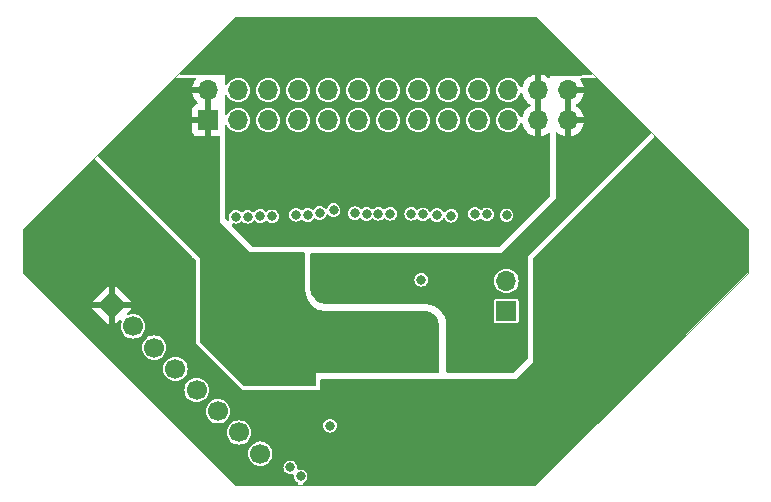
<source format=gbr>
%TF.GenerationSoftware,KiCad,Pcbnew,(7.0.0)*%
%TF.CreationDate,2023-03-06T19:23:03-05:00*%
%TF.ProjectId,cyton daisy,6379746f-6e20-4646-9169-73792e6b6963,rev?*%
%TF.SameCoordinates,Original*%
%TF.FileFunction,Copper,L2,Inr*%
%TF.FilePolarity,Positive*%
%FSLAX46Y46*%
G04 Gerber Fmt 4.6, Leading zero omitted, Abs format (unit mm)*
G04 Created by KiCad (PCBNEW (7.0.0)) date 2023-03-06 19:23:03*
%MOMM*%
%LPD*%
G01*
G04 APERTURE LIST*
G04 Aperture macros list*
%AMHorizOval*
0 Thick line with rounded ends*
0 $1 width*
0 $2 $3 position (X,Y) of the first rounded end (center of the circle)*
0 $4 $5 position (X,Y) of the second rounded end (center of the circle)*
0 Add line between two ends*
20,1,$1,$2,$3,$4,$5,0*
0 Add two circle primitives to create the rounded ends*
1,1,$1,$2,$3*
1,1,$1,$4,$5*%
%AMRotRect*
0 Rectangle, with rotation*
0 The origin of the aperture is its center*
0 $1 length*
0 $2 width*
0 $3 Rotation angle, in degrees counterclockwise*
0 Add horizontal line*
21,1,$1,$2,0,0,$3*%
G04 Aperture macros list end*
%TA.AperFunction,ComponentPad*%
%ADD10R,1.700000X1.700000*%
%TD*%
%TA.AperFunction,ComponentPad*%
%ADD11O,1.700000X1.700000*%
%TD*%
%TA.AperFunction,ComponentPad*%
%ADD12RotRect,1.700000X1.700000X45.000000*%
%TD*%
%TA.AperFunction,ComponentPad*%
%ADD13HorizOval,1.700000X0.000000X0.000000X0.000000X0.000000X0*%
%TD*%
%TA.AperFunction,ViaPad*%
%ADD14C,0.800000*%
%TD*%
%TA.AperFunction,Profile*%
%ADD15C,0.101600*%
%TD*%
G04 APERTURE END LIST*
D10*
%TO.N,VSSA*%
%TO.C,J1*%
X124663199Y-84988399D03*
D11*
X124663199Y-82448399D03*
%TO.N,/SRB1*%
X127203199Y-84988399D03*
%TO.N,/SRB2*%
X127203199Y-82448399D03*
%TO.N,/1P*%
X129743199Y-84988399D03*
%TO.N,/1N*%
X129743199Y-82448399D03*
%TO.N,/2P*%
X132283199Y-84988399D03*
%TO.N,/2N*%
X132283199Y-82448399D03*
%TO.N,/3P*%
X134823199Y-84988399D03*
%TO.N,/3N*%
X134823199Y-82448399D03*
%TO.N,/4P*%
X137363199Y-84988399D03*
%TO.N,/4N*%
X137363199Y-82448399D03*
%TO.N,/5P*%
X139903199Y-84988399D03*
%TO.N,/5N*%
X139903199Y-82448399D03*
%TO.N,/6P*%
X142443199Y-84988399D03*
%TO.N,/6N*%
X142443199Y-82448399D03*
%TO.N,/7P*%
X144983199Y-84988399D03*
%TO.N,/7N*%
X144983199Y-82448399D03*
%TO.N,/8P*%
X147523199Y-84988399D03*
%TO.N,/8N*%
X147523199Y-82448399D03*
%TO.N,/BIAS*%
X150063199Y-84988399D03*
X150063199Y-82448399D03*
%TO.N,GNDA*%
X152603199Y-84988399D03*
X152603199Y-82448399D03*
%TO.N,VDDA*%
X155143199Y-84988399D03*
X155143199Y-82448399D03*
%TD*%
D10*
%TO.N,GNDA*%
%TO.C,J4*%
X149910799Y-101142799D03*
D11*
%TO.N,/BIAS_INV*%
X149910799Y-98602799D03*
%TD*%
D12*
%TO.N,VDD*%
%TO.C,J2*%
X116499999Y-100649999D03*
D13*
%TO.N,GNDA*%
X118296050Y-102446050D03*
%TO.N,/MISO*%
X120092101Y-104242101D03*
%TO.N,/SCLK*%
X121888153Y-106038153D03*
%TO.N,/RESET*%
X123684204Y-107834204D03*
%TO.N,/CLK*%
X125480255Y-109630255D03*
%TO.N,/MOSI*%
X127276306Y-111426306D03*
%TO.N,/CS2*%
X129072358Y-113222358D03*
%TD*%
D14*
%TO.N,/Daisy Functionality/_SRB1*%
X127003697Y-93167200D03*
%TO.N,/Daisy Functionality/_SRB2*%
X128003200Y-93167200D03*
%TO.N,/Daisy Functionality/IN1P*%
X129070100Y-93103700D03*
%TO.N,/Daisy Functionality/IN1N*%
X130086327Y-93130684D03*
%TO.N,/Daisy Functionality/IN2P*%
X132096905Y-92986254D03*
%TO.N,/Daisy Functionality/IN2N*%
X133096000Y-93014800D03*
%TO.N,/Daisy Functionality/IN3P*%
X134094731Y-92842500D03*
%TO.N,/Daisy Functionality/IN3N*%
X135275931Y-92594901D03*
%TO.N,/Daisy Functionality/IN4P*%
X137083800Y-92862400D03*
%TO.N,/Daisy Functionality/IN4N*%
X138081846Y-92916348D03*
%TO.N,/Daisy Functionality/IN5P*%
X139081343Y-92913148D03*
%TO.N,/Daisy Functionality/IN5N*%
X140080845Y-92913206D03*
%TO.N,/Daisy Functionality/IN6P*%
X141851353Y-92913928D03*
%TO.N,/Daisy Functionality/IN6N*%
X142849600Y-92964000D03*
%TO.N,/Daisy Functionality/IN7P*%
X144030600Y-93015374D03*
%TO.N,/Daisy Functionality/IN7N*%
X145237200Y-93065600D03*
%TO.N,/Daisy Functionality/IN8P*%
X147243800Y-92913200D03*
%TO.N,/Daisy Functionality/IN8N*%
X148259800Y-92964000D03*
%TO.N,/Daisy Functionality/BIAS_DRV*%
X149923200Y-93027800D03*
%TO.N,VSSA*%
X134950200Y-101803200D03*
X134950200Y-105486200D03*
X142697200Y-101650800D03*
%TO.N,VDD*%
X135509000Y-109601000D03*
X142392400Y-111785400D03*
%TO.N,VDDA*%
X141198600Y-99136200D03*
X134747000Y-99136200D03*
X145810700Y-103461822D03*
%TO.N,Net-(U1-WCT)*%
X142697200Y-98501200D03*
%TO.N,/SCLK*%
X131622800Y-114385100D03*
%TO.N,/RESET*%
X134975600Y-110845600D03*
%TO.N,/MISO*%
X132486400Y-115138200D03*
%TD*%
%TA.AperFunction,Conductor*%
%TO.N,GNDA*%
G36*
X152395820Y-76235491D02*
G01*
X152436697Y-76262805D01*
X157157209Y-80983317D01*
X157187945Y-81033470D01*
X157192565Y-81092111D01*
X157170061Y-81146459D01*
X157125338Y-81184668D01*
X157068143Y-81198412D01*
X156298036Y-81198592D01*
X156298033Y-81198592D01*
X156294383Y-81198593D01*
X156290764Y-81199014D01*
X156290756Y-81199015D01*
X156256945Y-81202954D01*
X156242366Y-81203800D01*
X153644600Y-81203800D01*
X153644600Y-81220390D01*
X153644600Y-81280358D01*
X153625485Y-81347079D01*
X153573939Y-81393555D01*
X153505602Y-81405686D01*
X153441209Y-81379789D01*
X153352619Y-81310836D01*
X153343918Y-81305152D01*
X153155157Y-81202999D01*
X153145640Y-81198824D01*
X152942642Y-81129135D01*
X152932572Y-81126585D01*
X152870738Y-81116267D01*
X152859601Y-81116843D01*
X152857200Y-81127736D01*
X152857200Y-86309064D01*
X152859601Y-86319956D01*
X152870738Y-86320532D01*
X152932572Y-86310214D01*
X152942642Y-86307664D01*
X153145640Y-86237975D01*
X153155157Y-86233800D01*
X153343918Y-86131647D01*
X153352619Y-86125963D01*
X153441209Y-86057011D01*
X153505602Y-86031114D01*
X153573939Y-86043245D01*
X153625485Y-86089721D01*
X153644600Y-86156442D01*
X153644600Y-91286210D01*
X153635009Y-91334428D01*
X153607695Y-91375305D01*
X149261905Y-95721095D01*
X149221028Y-95748409D01*
X149172810Y-95758000D01*
X128576190Y-95758000D01*
X128527972Y-95748409D01*
X128487095Y-95721095D01*
X126692715Y-93926715D01*
X126659291Y-93867034D01*
X126661977Y-93798683D01*
X126699981Y-93741808D01*
X126762101Y-93713171D01*
X126830028Y-93721211D01*
X126852730Y-93730615D01*
X127003697Y-93750490D01*
X127154664Y-93730615D01*
X127295342Y-93672344D01*
X127416145Y-93579648D01*
X127417201Y-93578271D01*
X127470833Y-93547304D01*
X127536057Y-93547303D01*
X127589695Y-93578270D01*
X127590752Y-93579648D01*
X127711555Y-93672344D01*
X127852233Y-93730615D01*
X128003200Y-93750490D01*
X128154167Y-93730615D01*
X128294845Y-93672344D01*
X128415648Y-93579648D01*
X128461490Y-93519905D01*
X128518355Y-93478211D01*
X128588721Y-93473599D01*
X128650545Y-93507517D01*
X128652625Y-93509597D01*
X128657652Y-93516148D01*
X128664202Y-93521174D01*
X128755480Y-93591215D01*
X128778455Y-93608844D01*
X128919133Y-93667115D01*
X128927320Y-93668192D01*
X128927321Y-93668193D01*
X128982854Y-93675504D01*
X129070100Y-93686990D01*
X129221067Y-93667115D01*
X129361745Y-93608844D01*
X129482548Y-93516148D01*
X129483117Y-93516890D01*
X129538656Y-93486417D01*
X129609026Y-93491028D01*
X129665895Y-93532728D01*
X129673879Y-93543132D01*
X129794682Y-93635828D01*
X129935360Y-93694099D01*
X130086327Y-93713974D01*
X130237294Y-93694099D01*
X130377972Y-93635828D01*
X130498775Y-93543132D01*
X130591471Y-93422329D01*
X130649742Y-93281651D01*
X130669617Y-93130684D01*
X130651881Y-92995967D01*
X130650820Y-92987905D01*
X130650819Y-92987904D01*
X130650602Y-92986254D01*
X131513615Y-92986254D01*
X131514693Y-92994442D01*
X131532411Y-93129032D01*
X131532412Y-93129038D01*
X131533490Y-93137221D01*
X131536649Y-93144849D01*
X131536650Y-93144850D01*
X131588600Y-93270269D01*
X131588601Y-93270272D01*
X131591761Y-93277899D01*
X131596788Y-93284450D01*
X131596789Y-93284452D01*
X131660548Y-93367544D01*
X131684457Y-93398702D01*
X131691007Y-93403728D01*
X131785994Y-93476615D01*
X131805260Y-93491398D01*
X131945938Y-93549669D01*
X132096905Y-93569544D01*
X132247872Y-93549669D01*
X132388550Y-93491398D01*
X132505247Y-93401852D01*
X132565501Y-93376893D01*
X132630163Y-93385404D01*
X132670890Y-93416651D01*
X132672685Y-93414857D01*
X132678525Y-93420697D01*
X132683552Y-93427248D01*
X132690102Y-93432274D01*
X132773721Y-93496438D01*
X132804355Y-93519944D01*
X132945033Y-93578215D01*
X133096000Y-93598090D01*
X133246967Y-93578215D01*
X133387645Y-93519944D01*
X133508448Y-93427248D01*
X133579383Y-93334803D01*
X133631124Y-93295102D01*
X133695788Y-93286589D01*
X133756044Y-93311547D01*
X133803086Y-93347644D01*
X133943764Y-93405915D01*
X134094731Y-93425790D01*
X134245698Y-93405915D01*
X134386376Y-93347644D01*
X134507179Y-93254948D01*
X134599875Y-93134145D01*
X134642881Y-93030319D01*
X134682584Y-92978576D01*
X134742841Y-92953616D01*
X134807505Y-92962128D01*
X134851606Y-92995967D01*
X134852616Y-92994958D01*
X134858456Y-93000798D01*
X134863483Y-93007349D01*
X134870033Y-93012375D01*
X134893420Y-93030321D01*
X134984286Y-93100045D01*
X135124964Y-93158316D01*
X135133151Y-93159393D01*
X135133152Y-93159394D01*
X135185920Y-93166341D01*
X135275931Y-93178191D01*
X135426898Y-93158316D01*
X135567576Y-93100045D01*
X135688379Y-93007349D01*
X135781075Y-92886546D01*
X135791077Y-92862400D01*
X136500510Y-92862400D01*
X136501588Y-92870588D01*
X136519306Y-93005178D01*
X136519307Y-93005184D01*
X136520385Y-93013367D01*
X136523544Y-93020995D01*
X136523545Y-93020996D01*
X136575495Y-93146415D01*
X136575496Y-93146418D01*
X136578656Y-93154045D01*
X136583683Y-93160596D01*
X136583684Y-93160598D01*
X136661645Y-93262198D01*
X136671352Y-93274848D01*
X136677902Y-93279874D01*
X136783849Y-93361171D01*
X136792155Y-93367544D01*
X136932833Y-93425815D01*
X137083800Y-93445690D01*
X137234767Y-93425815D01*
X137375445Y-93367544D01*
X137479216Y-93287916D01*
X137539468Y-93262959D01*
X137604132Y-93271471D01*
X137655876Y-93311174D01*
X137669398Y-93328796D01*
X137675948Y-93333822D01*
X137779548Y-93413318D01*
X137790201Y-93421492D01*
X137930879Y-93479763D01*
X138081846Y-93499638D01*
X138232813Y-93479763D01*
X138373491Y-93421492D01*
X138494294Y-93328796D01*
X138496280Y-93326207D01*
X138550579Y-93294855D01*
X138615804Y-93294854D01*
X138668771Y-93325435D01*
X138668895Y-93325596D01*
X138680899Y-93334807D01*
X138727680Y-93370704D01*
X138789698Y-93418292D01*
X138930376Y-93476563D01*
X138938563Y-93477640D01*
X138938564Y-93477641D01*
X138962871Y-93480841D01*
X139081343Y-93496438D01*
X139232310Y-93476563D01*
X139372988Y-93418292D01*
X139493791Y-93325596D01*
X139494829Y-93324242D01*
X139548447Y-93293283D01*
X139613669Y-93293280D01*
X139667321Y-93324252D01*
X139668397Y-93325654D01*
X139763594Y-93398702D01*
X139782570Y-93413263D01*
X139789200Y-93418350D01*
X139929878Y-93476621D01*
X140080845Y-93496496D01*
X140231812Y-93476621D01*
X140372490Y-93418350D01*
X140493293Y-93325654D01*
X140585989Y-93204851D01*
X140644260Y-93064173D01*
X140664040Y-92913928D01*
X141268063Y-92913928D01*
X141269141Y-92922116D01*
X141286859Y-93056706D01*
X141286860Y-93056712D01*
X141287938Y-93064895D01*
X141291097Y-93072523D01*
X141291098Y-93072524D01*
X141343048Y-93197943D01*
X141343049Y-93197946D01*
X141346209Y-93205573D01*
X141351236Y-93212124D01*
X141351237Y-93212126D01*
X141433878Y-93319825D01*
X141438905Y-93326376D01*
X141445455Y-93331402D01*
X141552137Y-93413263D01*
X141559708Y-93419072D01*
X141700386Y-93477343D01*
X141708573Y-93478420D01*
X141708574Y-93478421D01*
X141775869Y-93487280D01*
X141851353Y-93497218D01*
X142002320Y-93477343D01*
X142142998Y-93419072D01*
X142248765Y-93337913D01*
X142309021Y-93312954D01*
X142373685Y-93321467D01*
X142425428Y-93361170D01*
X142437152Y-93376448D01*
X142443702Y-93381474D01*
X142485205Y-93413321D01*
X142557955Y-93469144D01*
X142698633Y-93527415D01*
X142706820Y-93528492D01*
X142706821Y-93528493D01*
X142774116Y-93537352D01*
X142849600Y-93547290D01*
X143000567Y-93527415D01*
X143141245Y-93469144D01*
X143262048Y-93376448D01*
X143321151Y-93299423D01*
X143369107Y-93261363D01*
X143429346Y-93250400D01*
X143487640Y-93269128D01*
X143524801Y-93307521D01*
X143525456Y-93307019D01*
X143529817Y-93312703D01*
X143529819Y-93312705D01*
X143552770Y-93342615D01*
X143612688Y-93420702D01*
X143618152Y-93427822D01*
X143624702Y-93432848D01*
X143707573Y-93496438D01*
X143738955Y-93520518D01*
X143879633Y-93578789D01*
X144030600Y-93598664D01*
X144181567Y-93578789D01*
X144322245Y-93520518D01*
X144443048Y-93427822D01*
X144517136Y-93331269D01*
X144565096Y-93293205D01*
X144625337Y-93282244D01*
X144683633Y-93300974D01*
X144726216Y-93344973D01*
X144728894Y-93349611D01*
X144732056Y-93357245D01*
X144761291Y-93395345D01*
X144817919Y-93469144D01*
X144824752Y-93478048D01*
X144831302Y-93483074D01*
X144919494Y-93550747D01*
X144945555Y-93570744D01*
X145086233Y-93629015D01*
X145237200Y-93648890D01*
X145388167Y-93629015D01*
X145528845Y-93570744D01*
X145649648Y-93478048D01*
X145742344Y-93357245D01*
X145800615Y-93216567D01*
X145820490Y-93065600D01*
X145800615Y-92914633D01*
X145800021Y-92913200D01*
X146660510Y-92913200D01*
X146661588Y-92921388D01*
X146679306Y-93055978D01*
X146679307Y-93055984D01*
X146680385Y-93064167D01*
X146683544Y-93071795D01*
X146683545Y-93071796D01*
X146735495Y-93197215D01*
X146735496Y-93197218D01*
X146738656Y-93204845D01*
X146743683Y-93211396D01*
X146743684Y-93211398D01*
X146826325Y-93319097D01*
X146831352Y-93325648D01*
X146842010Y-93333826D01*
X146874501Y-93358758D01*
X146952155Y-93418344D01*
X147092833Y-93476615D01*
X147101020Y-93477692D01*
X147101021Y-93477693D01*
X147124933Y-93480841D01*
X147243800Y-93496490D01*
X147394767Y-93476615D01*
X147535445Y-93418344D01*
X147652037Y-93328878D01*
X147712290Y-93303921D01*
X147776955Y-93312434D01*
X147828698Y-93352138D01*
X147847352Y-93376448D01*
X147853902Y-93381474D01*
X147895405Y-93413321D01*
X147968155Y-93469144D01*
X148108833Y-93527415D01*
X148117020Y-93528492D01*
X148117021Y-93528493D01*
X148184316Y-93537352D01*
X148259800Y-93547290D01*
X148410767Y-93527415D01*
X148551445Y-93469144D01*
X148672248Y-93376448D01*
X148764944Y-93255645D01*
X148823215Y-93114967D01*
X148834691Y-93027800D01*
X149339910Y-93027800D01*
X149340988Y-93035988D01*
X149358706Y-93170578D01*
X149358707Y-93170584D01*
X149359785Y-93178767D01*
X149362944Y-93186395D01*
X149362945Y-93186396D01*
X149414895Y-93311815D01*
X149414896Y-93311818D01*
X149418056Y-93319445D01*
X149423083Y-93325996D01*
X149423084Y-93325998D01*
X149504633Y-93432274D01*
X149510752Y-93440248D01*
X149517302Y-93445274D01*
X149624349Y-93527415D01*
X149631555Y-93532944D01*
X149772233Y-93591215D01*
X149923200Y-93611090D01*
X150074167Y-93591215D01*
X150214845Y-93532944D01*
X150335648Y-93440248D01*
X150428344Y-93319445D01*
X150486615Y-93178767D01*
X150506490Y-93027800D01*
X150486615Y-92876833D01*
X150428344Y-92736155D01*
X150393888Y-92691252D01*
X150340674Y-92621902D01*
X150335648Y-92615352D01*
X150329097Y-92610325D01*
X150221398Y-92527684D01*
X150221396Y-92527683D01*
X150214845Y-92522656D01*
X150207218Y-92519496D01*
X150207215Y-92519495D01*
X150081796Y-92467545D01*
X150081795Y-92467544D01*
X150074167Y-92464385D01*
X150065984Y-92463307D01*
X150065978Y-92463306D01*
X149931388Y-92445588D01*
X149923200Y-92444510D01*
X149915012Y-92445588D01*
X149780421Y-92463306D01*
X149780413Y-92463308D01*
X149772233Y-92464385D01*
X149764606Y-92467544D01*
X149764603Y-92467545D01*
X149639184Y-92519495D01*
X149639178Y-92519498D01*
X149631555Y-92522656D01*
X149625006Y-92527680D01*
X149625001Y-92527684D01*
X149517302Y-92610325D01*
X149517297Y-92610329D01*
X149510752Y-92615352D01*
X149505729Y-92621897D01*
X149505725Y-92621902D01*
X149423084Y-92729601D01*
X149423080Y-92729606D01*
X149418056Y-92736155D01*
X149414898Y-92743778D01*
X149414895Y-92743784D01*
X149365763Y-92862400D01*
X149359785Y-92876833D01*
X149358708Y-92885013D01*
X149358706Y-92885021D01*
X149344234Y-92994958D01*
X149339910Y-93027800D01*
X148834691Y-93027800D01*
X148843090Y-92964000D01*
X148823215Y-92813033D01*
X148764944Y-92672355D01*
X148721755Y-92616071D01*
X148677274Y-92558102D01*
X148672248Y-92551552D01*
X148657565Y-92540285D01*
X148557998Y-92463884D01*
X148557996Y-92463883D01*
X148551445Y-92458856D01*
X148543818Y-92455696D01*
X148543815Y-92455695D01*
X148418396Y-92403745D01*
X148418395Y-92403744D01*
X148410767Y-92400585D01*
X148402584Y-92399507D01*
X148402578Y-92399506D01*
X148267988Y-92381788D01*
X148259800Y-92380710D01*
X148251612Y-92381788D01*
X148117021Y-92399506D01*
X148117013Y-92399508D01*
X148108833Y-92400585D01*
X148101206Y-92403744D01*
X148101203Y-92403745D01*
X147975784Y-92455695D01*
X147975778Y-92455698D01*
X147968155Y-92458856D01*
X147961606Y-92463880D01*
X147961601Y-92463884D01*
X147851566Y-92548318D01*
X147791308Y-92573278D01*
X147726644Y-92564765D01*
X147674900Y-92525060D01*
X147656248Y-92500752D01*
X147632214Y-92482310D01*
X147541998Y-92413084D01*
X147541996Y-92413083D01*
X147535445Y-92408056D01*
X147527818Y-92404896D01*
X147527815Y-92404895D01*
X147402396Y-92352945D01*
X147402395Y-92352944D01*
X147394767Y-92349785D01*
X147386584Y-92348707D01*
X147386578Y-92348706D01*
X147251988Y-92330988D01*
X147243800Y-92329910D01*
X147235612Y-92330988D01*
X147101021Y-92348706D01*
X147101013Y-92348708D01*
X147092833Y-92349785D01*
X147085206Y-92352944D01*
X147085203Y-92352945D01*
X146959784Y-92404895D01*
X146959778Y-92404898D01*
X146952155Y-92408056D01*
X146945606Y-92413080D01*
X146945601Y-92413084D01*
X146837902Y-92495725D01*
X146837897Y-92495729D01*
X146831352Y-92500752D01*
X146826329Y-92507297D01*
X146826325Y-92507302D01*
X146743684Y-92615001D01*
X146743680Y-92615006D01*
X146738656Y-92621555D01*
X146735498Y-92629178D01*
X146735495Y-92629184D01*
X146683545Y-92754603D01*
X146680385Y-92762233D01*
X146679308Y-92770413D01*
X146679306Y-92770421D01*
X146664462Y-92883184D01*
X146660510Y-92913200D01*
X145800021Y-92913200D01*
X145742344Y-92773955D01*
X145723735Y-92749704D01*
X145654674Y-92659702D01*
X145649648Y-92653152D01*
X145620216Y-92630568D01*
X145535398Y-92565484D01*
X145535396Y-92565483D01*
X145528845Y-92560456D01*
X145521218Y-92557296D01*
X145521215Y-92557295D01*
X145395796Y-92505345D01*
X145395795Y-92505344D01*
X145388167Y-92502185D01*
X145379984Y-92501107D01*
X145379978Y-92501106D01*
X145245388Y-92483388D01*
X145237200Y-92482310D01*
X145229012Y-92483388D01*
X145094421Y-92501106D01*
X145094413Y-92501108D01*
X145086233Y-92502185D01*
X145078606Y-92505344D01*
X145078603Y-92505345D01*
X144953184Y-92557295D01*
X144953178Y-92557298D01*
X144945555Y-92560456D01*
X144939006Y-92565480D01*
X144939001Y-92565484D01*
X144831302Y-92648125D01*
X144831297Y-92648129D01*
X144824752Y-92653152D01*
X144819729Y-92659697D01*
X144819728Y-92659699D01*
X144750664Y-92749704D01*
X144702702Y-92787768D01*
X144642460Y-92798729D01*
X144584165Y-92779998D01*
X144541583Y-92735999D01*
X144538905Y-92731361D01*
X144535744Y-92723729D01*
X144518807Y-92701657D01*
X144448074Y-92609476D01*
X144443048Y-92602926D01*
X144433278Y-92595429D01*
X144328798Y-92515258D01*
X144328796Y-92515257D01*
X144322245Y-92510230D01*
X144314618Y-92507070D01*
X144314615Y-92507069D01*
X144189196Y-92455119D01*
X144189195Y-92455118D01*
X144181567Y-92451959D01*
X144173384Y-92450881D01*
X144173378Y-92450880D01*
X144038788Y-92433162D01*
X144030600Y-92432084D01*
X144022412Y-92433162D01*
X143887821Y-92450880D01*
X143887813Y-92450882D01*
X143879633Y-92451959D01*
X143872006Y-92455118D01*
X143872003Y-92455119D01*
X143746584Y-92507069D01*
X143746578Y-92507072D01*
X143738955Y-92510230D01*
X143732406Y-92515254D01*
X143732401Y-92515258D01*
X143624702Y-92597899D01*
X143624697Y-92597903D01*
X143618152Y-92602926D01*
X143613129Y-92609471D01*
X143613128Y-92609473D01*
X143559051Y-92679947D01*
X143511090Y-92718011D01*
X143450850Y-92728972D01*
X143392555Y-92710243D01*
X143355398Y-92671852D01*
X143354744Y-92672355D01*
X143350379Y-92666666D01*
X143350377Y-92666664D01*
X143311555Y-92616071D01*
X143267074Y-92558102D01*
X143262048Y-92551552D01*
X143247365Y-92540285D01*
X143147798Y-92463884D01*
X143147796Y-92463883D01*
X143141245Y-92458856D01*
X143133618Y-92455696D01*
X143133615Y-92455695D01*
X143008196Y-92403745D01*
X143008195Y-92403744D01*
X143000567Y-92400585D01*
X142992384Y-92399507D01*
X142992378Y-92399506D01*
X142857788Y-92381788D01*
X142849600Y-92380710D01*
X142841412Y-92381788D01*
X142706821Y-92399506D01*
X142706813Y-92399508D01*
X142698633Y-92400585D01*
X142691006Y-92403744D01*
X142691003Y-92403745D01*
X142565584Y-92455695D01*
X142565578Y-92455698D01*
X142557955Y-92458856D01*
X142551403Y-92463883D01*
X142551402Y-92463884D01*
X142452187Y-92540014D01*
X142391930Y-92564973D01*
X142327266Y-92556460D01*
X142275522Y-92516755D01*
X142268827Y-92508030D01*
X142263801Y-92501480D01*
X142256232Y-92495672D01*
X142149551Y-92413812D01*
X142149549Y-92413811D01*
X142142998Y-92408784D01*
X142135371Y-92405624D01*
X142135368Y-92405623D01*
X142009949Y-92353673D01*
X142009948Y-92353672D01*
X142002320Y-92350513D01*
X141994137Y-92349435D01*
X141994131Y-92349434D01*
X141859541Y-92331716D01*
X141851353Y-92330638D01*
X141843165Y-92331716D01*
X141708574Y-92349434D01*
X141708566Y-92349436D01*
X141700386Y-92350513D01*
X141692759Y-92353672D01*
X141692756Y-92353673D01*
X141567337Y-92405623D01*
X141567331Y-92405626D01*
X141559708Y-92408784D01*
X141553159Y-92413808D01*
X141553154Y-92413812D01*
X141445455Y-92496453D01*
X141445450Y-92496457D01*
X141438905Y-92501480D01*
X141433882Y-92508025D01*
X141433878Y-92508030D01*
X141351237Y-92615729D01*
X141351233Y-92615734D01*
X141346209Y-92622283D01*
X141343051Y-92629906D01*
X141343048Y-92629912D01*
X141291338Y-92754752D01*
X141287938Y-92762961D01*
X141286861Y-92771141D01*
X141286859Y-92771149D01*
X141272672Y-92878916D01*
X141268063Y-92913928D01*
X140664040Y-92913928D01*
X140664135Y-92913206D01*
X140644260Y-92762239D01*
X140585989Y-92621561D01*
X140576713Y-92609473D01*
X140498319Y-92507308D01*
X140493293Y-92500758D01*
X140486665Y-92495672D01*
X140379043Y-92413090D01*
X140379041Y-92413089D01*
X140372490Y-92408062D01*
X140364863Y-92404902D01*
X140364860Y-92404901D01*
X140239441Y-92352951D01*
X140239440Y-92352950D01*
X140231812Y-92349791D01*
X140223629Y-92348713D01*
X140223623Y-92348712D01*
X140089033Y-92330994D01*
X140080845Y-92329916D01*
X140072657Y-92330994D01*
X139938066Y-92348712D01*
X139938058Y-92348714D01*
X139929878Y-92349791D01*
X139922251Y-92352950D01*
X139922248Y-92352951D01*
X139796829Y-92404901D01*
X139796823Y-92404904D01*
X139789200Y-92408062D01*
X139782651Y-92413086D01*
X139782646Y-92413090D01*
X139674946Y-92495732D01*
X139674942Y-92495735D01*
X139668397Y-92500758D01*
X139667354Y-92502116D01*
X139613726Y-92533074D01*
X139548507Y-92533071D01*
X139494863Y-92502097D01*
X139493791Y-92500700D01*
X139487240Y-92495673D01*
X139379541Y-92413032D01*
X139379539Y-92413031D01*
X139372988Y-92408004D01*
X139365361Y-92404844D01*
X139365358Y-92404843D01*
X139239939Y-92352893D01*
X139239938Y-92352892D01*
X139232310Y-92349733D01*
X139224127Y-92348655D01*
X139224121Y-92348654D01*
X139089531Y-92330936D01*
X139081343Y-92329858D01*
X139073155Y-92330936D01*
X138938564Y-92348654D01*
X138938556Y-92348656D01*
X138930376Y-92349733D01*
X138922749Y-92352892D01*
X138922746Y-92352893D01*
X138797327Y-92404843D01*
X138797321Y-92404846D01*
X138789698Y-92408004D01*
X138783149Y-92413028D01*
X138783144Y-92413032D01*
X138675447Y-92495672D01*
X138675445Y-92495673D01*
X138668895Y-92500700D01*
X138666906Y-92503291D01*
X138612602Y-92534642D01*
X138547381Y-92534640D01*
X138494416Y-92504060D01*
X138494294Y-92503900D01*
X138484589Y-92496453D01*
X138380044Y-92416232D01*
X138380042Y-92416231D01*
X138373491Y-92411204D01*
X138365864Y-92408044D01*
X138365861Y-92408043D01*
X138240442Y-92356093D01*
X138240441Y-92356092D01*
X138232813Y-92352933D01*
X138224630Y-92351855D01*
X138224624Y-92351854D01*
X138090034Y-92334136D01*
X138081846Y-92333058D01*
X138073658Y-92334136D01*
X137939067Y-92351854D01*
X137939059Y-92351856D01*
X137930879Y-92352933D01*
X137923252Y-92356092D01*
X137923249Y-92356093D01*
X137797830Y-92408043D01*
X137797824Y-92408046D01*
X137790201Y-92411204D01*
X137686431Y-92490829D01*
X137626176Y-92515788D01*
X137561512Y-92507275D01*
X137509768Y-92467572D01*
X137496248Y-92449952D01*
X137489156Y-92444510D01*
X137381998Y-92362284D01*
X137381996Y-92362283D01*
X137375445Y-92357256D01*
X137367818Y-92354096D01*
X137367815Y-92354095D01*
X137242396Y-92302145D01*
X137242395Y-92302144D01*
X137234767Y-92298985D01*
X137226584Y-92297907D01*
X137226578Y-92297906D01*
X137091988Y-92280188D01*
X137083800Y-92279110D01*
X137075612Y-92280188D01*
X136941021Y-92297906D01*
X136941013Y-92297908D01*
X136932833Y-92298985D01*
X136925206Y-92302144D01*
X136925203Y-92302145D01*
X136799784Y-92354095D01*
X136799778Y-92354098D01*
X136792155Y-92357256D01*
X136785606Y-92362280D01*
X136785601Y-92362284D01*
X136677902Y-92444925D01*
X136677897Y-92444929D01*
X136671352Y-92449952D01*
X136666329Y-92456497D01*
X136666325Y-92456502D01*
X136583684Y-92564201D01*
X136583680Y-92564206D01*
X136578656Y-92570755D01*
X136575498Y-92578378D01*
X136575495Y-92578384D01*
X136523545Y-92703803D01*
X136520385Y-92711433D01*
X136519308Y-92719613D01*
X136519306Y-92719621D01*
X136502581Y-92846668D01*
X136500510Y-92862400D01*
X135791077Y-92862400D01*
X135839346Y-92745868D01*
X135859221Y-92594901D01*
X135839346Y-92443934D01*
X135781075Y-92303256D01*
X135688379Y-92182453D01*
X135567576Y-92089757D01*
X135559949Y-92086597D01*
X135559946Y-92086596D01*
X135434527Y-92034646D01*
X135434526Y-92034645D01*
X135426898Y-92031486D01*
X135418715Y-92030408D01*
X135418709Y-92030407D01*
X135284119Y-92012689D01*
X135275931Y-92011611D01*
X135267743Y-92012689D01*
X135133152Y-92030407D01*
X135133144Y-92030409D01*
X135124964Y-92031486D01*
X135117337Y-92034645D01*
X135117334Y-92034646D01*
X134991915Y-92086596D01*
X134991909Y-92086599D01*
X134984286Y-92089757D01*
X134977737Y-92094781D01*
X134977732Y-92094785D01*
X134870033Y-92177426D01*
X134870028Y-92177430D01*
X134863483Y-92182453D01*
X134858460Y-92188998D01*
X134858456Y-92189003D01*
X134775815Y-92296702D01*
X134775811Y-92296707D01*
X134770787Y-92303256D01*
X134767629Y-92310878D01*
X134767627Y-92310883D01*
X134727781Y-92407081D01*
X134688075Y-92458825D01*
X134627818Y-92483784D01*
X134563153Y-92475271D01*
X134519056Y-92441432D01*
X134518046Y-92442443D01*
X134512205Y-92436602D01*
X134507179Y-92430052D01*
X134485066Y-92413084D01*
X134392929Y-92342384D01*
X134392927Y-92342383D01*
X134386376Y-92337356D01*
X134378749Y-92334196D01*
X134378746Y-92334195D01*
X134253327Y-92282245D01*
X134253326Y-92282244D01*
X134245698Y-92279085D01*
X134237515Y-92278007D01*
X134237509Y-92278006D01*
X134102919Y-92260288D01*
X134094731Y-92259210D01*
X134086543Y-92260288D01*
X133951952Y-92278006D01*
X133951944Y-92278008D01*
X133943764Y-92279085D01*
X133936137Y-92282244D01*
X133936134Y-92282245D01*
X133810715Y-92334195D01*
X133810709Y-92334198D01*
X133803086Y-92337356D01*
X133796537Y-92342380D01*
X133796532Y-92342384D01*
X133688833Y-92425025D01*
X133688828Y-92425029D01*
X133682283Y-92430052D01*
X133677260Y-92436597D01*
X133677259Y-92436599D01*
X133611350Y-92522493D01*
X133559606Y-92562197D01*
X133494942Y-92570710D01*
X133434685Y-92545751D01*
X133387645Y-92509656D01*
X133380018Y-92506496D01*
X133380015Y-92506495D01*
X133254596Y-92454545D01*
X133254595Y-92454544D01*
X133246967Y-92451385D01*
X133238784Y-92450307D01*
X133238778Y-92450306D01*
X133104188Y-92432588D01*
X133096000Y-92431510D01*
X133087812Y-92432588D01*
X132953221Y-92450306D01*
X132953213Y-92450308D01*
X132945033Y-92451385D01*
X132937406Y-92454544D01*
X132937403Y-92454545D01*
X132811984Y-92506495D01*
X132811978Y-92506498D01*
X132804355Y-92509656D01*
X132797807Y-92514680D01*
X132797806Y-92514681D01*
X132687658Y-92599201D01*
X132627400Y-92624160D01*
X132562735Y-92615647D01*
X132522015Y-92584401D01*
X132520220Y-92586197D01*
X132514379Y-92580356D01*
X132509353Y-92573806D01*
X132491955Y-92560456D01*
X132395103Y-92486138D01*
X132395101Y-92486137D01*
X132388550Y-92481110D01*
X132380923Y-92477950D01*
X132380920Y-92477949D01*
X132255501Y-92425999D01*
X132255500Y-92425998D01*
X132247872Y-92422839D01*
X132239689Y-92421761D01*
X132239683Y-92421760D01*
X132105093Y-92404042D01*
X132096905Y-92402964D01*
X132088717Y-92404042D01*
X131954126Y-92421760D01*
X131954118Y-92421762D01*
X131945938Y-92422839D01*
X131938311Y-92425998D01*
X131938308Y-92425999D01*
X131812889Y-92477949D01*
X131812883Y-92477952D01*
X131805260Y-92481110D01*
X131798711Y-92486134D01*
X131798706Y-92486138D01*
X131691007Y-92568779D01*
X131691002Y-92568783D01*
X131684457Y-92573806D01*
X131679434Y-92580351D01*
X131679430Y-92580356D01*
X131596789Y-92688055D01*
X131596785Y-92688060D01*
X131591761Y-92694609D01*
X131588603Y-92702232D01*
X131588600Y-92702238D01*
X131539316Y-92821221D01*
X131533490Y-92835287D01*
X131532413Y-92843467D01*
X131532411Y-92843475D01*
X131521966Y-92922821D01*
X131513615Y-92986254D01*
X130650602Y-92986254D01*
X130649742Y-92979717D01*
X130591471Y-92839039D01*
X130498775Y-92718236D01*
X130489909Y-92711433D01*
X130384525Y-92630568D01*
X130384523Y-92630567D01*
X130377972Y-92625540D01*
X130370345Y-92622380D01*
X130370342Y-92622379D01*
X130244923Y-92570429D01*
X130244922Y-92570428D01*
X130237294Y-92567269D01*
X130229111Y-92566191D01*
X130229105Y-92566190D01*
X130094515Y-92548472D01*
X130086327Y-92547394D01*
X130078139Y-92548472D01*
X129943548Y-92566190D01*
X129943540Y-92566192D01*
X129935360Y-92567269D01*
X129927733Y-92570428D01*
X129927730Y-92570429D01*
X129802311Y-92622379D01*
X129802305Y-92622382D01*
X129794682Y-92625540D01*
X129788133Y-92630564D01*
X129788128Y-92630568D01*
X129680425Y-92713212D01*
X129680420Y-92713216D01*
X129678679Y-92714552D01*
X129678673Y-92714556D01*
X129673879Y-92718236D01*
X129673312Y-92717497D01*
X129617753Y-92747969D01*
X129547393Y-92743352D01*
X129490533Y-92701658D01*
X129482548Y-92691252D01*
X129475997Y-92686225D01*
X129368298Y-92603584D01*
X129368296Y-92603583D01*
X129361745Y-92598556D01*
X129354118Y-92595396D01*
X129354115Y-92595395D01*
X129228696Y-92543445D01*
X129228695Y-92543444D01*
X129221067Y-92540285D01*
X129212884Y-92539207D01*
X129212878Y-92539206D01*
X129078288Y-92521488D01*
X129070100Y-92520410D01*
X129061912Y-92521488D01*
X128927321Y-92539206D01*
X128927313Y-92539208D01*
X128919133Y-92540285D01*
X128911506Y-92543444D01*
X128911503Y-92543445D01*
X128786084Y-92595395D01*
X128786078Y-92595398D01*
X128778455Y-92598556D01*
X128771906Y-92603580D01*
X128771901Y-92603584D01*
X128664202Y-92686225D01*
X128664197Y-92686229D01*
X128657652Y-92691252D01*
X128652629Y-92697797D01*
X128652627Y-92697800D01*
X128611810Y-92750993D01*
X128554942Y-92792689D01*
X128484577Y-92797300D01*
X128422754Y-92763382D01*
X128420674Y-92761302D01*
X128415648Y-92754752D01*
X128409097Y-92749725D01*
X128301398Y-92667084D01*
X128301396Y-92667083D01*
X128294845Y-92662056D01*
X128287218Y-92658896D01*
X128287215Y-92658895D01*
X128161796Y-92606945D01*
X128161795Y-92606944D01*
X128154167Y-92603785D01*
X128145984Y-92602707D01*
X128145978Y-92602706D01*
X128011388Y-92584988D01*
X128003200Y-92583910D01*
X127995012Y-92584988D01*
X127860421Y-92602706D01*
X127860413Y-92602708D01*
X127852233Y-92603785D01*
X127844606Y-92606944D01*
X127844603Y-92606945D01*
X127719184Y-92658895D01*
X127719178Y-92658898D01*
X127711555Y-92662056D01*
X127705006Y-92667080D01*
X127705001Y-92667084D01*
X127597304Y-92749724D01*
X127597302Y-92749725D01*
X127590752Y-92754752D01*
X127589693Y-92756131D01*
X127536055Y-92787097D01*
X127470835Y-92787095D01*
X127417201Y-92756128D01*
X127416145Y-92754752D01*
X127409594Y-92749725D01*
X127301895Y-92667084D01*
X127301893Y-92667083D01*
X127295342Y-92662056D01*
X127287715Y-92658896D01*
X127287712Y-92658895D01*
X127162293Y-92606945D01*
X127162292Y-92606944D01*
X127154664Y-92603785D01*
X127146481Y-92602707D01*
X127146475Y-92602706D01*
X127011885Y-92584988D01*
X127003697Y-92583910D01*
X126995509Y-92584988D01*
X126860918Y-92602706D01*
X126860910Y-92602708D01*
X126852730Y-92603785D01*
X126845103Y-92606944D01*
X126845100Y-92606945D01*
X126719681Y-92658895D01*
X126719675Y-92658898D01*
X126712052Y-92662056D01*
X126705503Y-92667080D01*
X126705498Y-92667084D01*
X126597799Y-92749725D01*
X126597794Y-92749729D01*
X126591249Y-92754752D01*
X126586226Y-92761297D01*
X126586222Y-92761302D01*
X126503581Y-92869001D01*
X126503577Y-92869006D01*
X126498553Y-92875555D01*
X126495395Y-92883178D01*
X126495392Y-92883184D01*
X126443442Y-93008603D01*
X126440282Y-93016233D01*
X126439205Y-93024413D01*
X126439203Y-93024421D01*
X126426292Y-93122496D01*
X126420407Y-93167200D01*
X126421485Y-93175388D01*
X126439203Y-93309978D01*
X126439204Y-93309984D01*
X126440282Y-93318167D01*
X126443441Y-93325795D01*
X126443442Y-93325796D01*
X126449685Y-93340868D01*
X126457725Y-93408797D01*
X126429087Y-93470917D01*
X126372212Y-93508919D01*
X126303862Y-93511605D01*
X126244181Y-93478181D01*
X126097105Y-93331105D01*
X126069791Y-93290228D01*
X126060200Y-93242010D01*
X126060200Y-85534409D01*
X126077495Y-85470696D01*
X126124634Y-85424475D01*
X126188674Y-85408433D01*
X126252035Y-85426976D01*
X126297321Y-85475012D01*
X126344062Y-85562457D01*
X126472564Y-85719036D01*
X126629143Y-85847538D01*
X126807782Y-85943023D01*
X127001618Y-86001822D01*
X127203200Y-86021676D01*
X127404782Y-86001822D01*
X127598618Y-85943023D01*
X127777257Y-85847538D01*
X127933836Y-85719036D01*
X128062338Y-85562457D01*
X128157823Y-85383818D01*
X128216622Y-85189982D01*
X128236476Y-84988400D01*
X128709924Y-84988400D01*
X128729778Y-85189982D01*
X128731573Y-85195900D01*
X128731574Y-85195904D01*
X128786779Y-85377892D01*
X128788577Y-85383818D01*
X128884062Y-85562457D01*
X129012564Y-85719036D01*
X129169143Y-85847538D01*
X129347782Y-85943023D01*
X129541618Y-86001822D01*
X129743200Y-86021676D01*
X129944782Y-86001822D01*
X130138618Y-85943023D01*
X130317257Y-85847538D01*
X130473836Y-85719036D01*
X130602338Y-85562457D01*
X130697823Y-85383818D01*
X130756622Y-85189982D01*
X130776476Y-84988400D01*
X131249924Y-84988400D01*
X131269778Y-85189982D01*
X131271573Y-85195900D01*
X131271574Y-85195904D01*
X131326779Y-85377892D01*
X131328577Y-85383818D01*
X131424062Y-85562457D01*
X131552564Y-85719036D01*
X131709143Y-85847538D01*
X131887782Y-85943023D01*
X132081618Y-86001822D01*
X132283200Y-86021676D01*
X132484782Y-86001822D01*
X132678618Y-85943023D01*
X132857257Y-85847538D01*
X133013836Y-85719036D01*
X133142338Y-85562457D01*
X133237823Y-85383818D01*
X133296622Y-85189982D01*
X133316476Y-84988400D01*
X133789924Y-84988400D01*
X133809778Y-85189982D01*
X133811573Y-85195900D01*
X133811574Y-85195904D01*
X133866779Y-85377892D01*
X133868577Y-85383818D01*
X133964062Y-85562457D01*
X134092564Y-85719036D01*
X134249143Y-85847538D01*
X134427782Y-85943023D01*
X134621618Y-86001822D01*
X134823200Y-86021676D01*
X135024782Y-86001822D01*
X135218618Y-85943023D01*
X135397257Y-85847538D01*
X135553836Y-85719036D01*
X135682338Y-85562457D01*
X135777823Y-85383818D01*
X135836622Y-85189982D01*
X135856476Y-84988400D01*
X136329924Y-84988400D01*
X136349778Y-85189982D01*
X136351573Y-85195900D01*
X136351574Y-85195904D01*
X136406779Y-85377892D01*
X136408577Y-85383818D01*
X136504062Y-85562457D01*
X136632564Y-85719036D01*
X136789143Y-85847538D01*
X136967782Y-85943023D01*
X137161618Y-86001822D01*
X137363200Y-86021676D01*
X137564782Y-86001822D01*
X137758618Y-85943023D01*
X137937257Y-85847538D01*
X138093836Y-85719036D01*
X138222338Y-85562457D01*
X138317823Y-85383818D01*
X138376622Y-85189982D01*
X138396476Y-84988400D01*
X138869924Y-84988400D01*
X138889778Y-85189982D01*
X138891573Y-85195900D01*
X138891574Y-85195904D01*
X138946779Y-85377892D01*
X138948577Y-85383818D01*
X139044062Y-85562457D01*
X139172564Y-85719036D01*
X139329143Y-85847538D01*
X139507782Y-85943023D01*
X139701618Y-86001822D01*
X139903200Y-86021676D01*
X140104782Y-86001822D01*
X140298618Y-85943023D01*
X140477257Y-85847538D01*
X140633836Y-85719036D01*
X140762338Y-85562457D01*
X140857823Y-85383818D01*
X140916622Y-85189982D01*
X140936476Y-84988400D01*
X141409924Y-84988400D01*
X141429778Y-85189982D01*
X141431573Y-85195900D01*
X141431574Y-85195904D01*
X141486779Y-85377892D01*
X141488577Y-85383818D01*
X141584062Y-85562457D01*
X141712564Y-85719036D01*
X141869143Y-85847538D01*
X142047782Y-85943023D01*
X142241618Y-86001822D01*
X142443200Y-86021676D01*
X142644782Y-86001822D01*
X142838618Y-85943023D01*
X143017257Y-85847538D01*
X143173836Y-85719036D01*
X143302338Y-85562457D01*
X143397823Y-85383818D01*
X143456622Y-85189982D01*
X143476476Y-84988400D01*
X143949924Y-84988400D01*
X143969778Y-85189982D01*
X143971573Y-85195900D01*
X143971574Y-85195904D01*
X144026779Y-85377892D01*
X144028577Y-85383818D01*
X144124062Y-85562457D01*
X144252564Y-85719036D01*
X144409143Y-85847538D01*
X144587782Y-85943023D01*
X144781618Y-86001822D01*
X144983200Y-86021676D01*
X145184782Y-86001822D01*
X145378618Y-85943023D01*
X145557257Y-85847538D01*
X145713836Y-85719036D01*
X145842338Y-85562457D01*
X145937823Y-85383818D01*
X145996622Y-85189982D01*
X146016476Y-84988400D01*
X146489924Y-84988400D01*
X146509778Y-85189982D01*
X146511573Y-85195900D01*
X146511574Y-85195904D01*
X146566779Y-85377892D01*
X146568577Y-85383818D01*
X146664062Y-85562457D01*
X146792564Y-85719036D01*
X146949143Y-85847538D01*
X147127782Y-85943023D01*
X147321618Y-86001822D01*
X147523200Y-86021676D01*
X147724782Y-86001822D01*
X147918618Y-85943023D01*
X148097257Y-85847538D01*
X148253836Y-85719036D01*
X148382338Y-85562457D01*
X148477823Y-85383818D01*
X148536622Y-85189982D01*
X148556476Y-84988400D01*
X149029924Y-84988400D01*
X149049778Y-85189982D01*
X149051573Y-85195900D01*
X149051574Y-85195904D01*
X149106779Y-85377892D01*
X149108577Y-85383818D01*
X149204062Y-85562457D01*
X149332564Y-85719036D01*
X149489143Y-85847538D01*
X149667782Y-85943023D01*
X149861618Y-86001822D01*
X150063200Y-86021676D01*
X150264782Y-86001822D01*
X150458618Y-85943023D01*
X150637257Y-85847538D01*
X150793836Y-85719036D01*
X150922338Y-85562457D01*
X151017823Y-85383818D01*
X151041451Y-85305923D01*
X151075545Y-85250865D01*
X151132484Y-85220012D01*
X151197228Y-85221517D01*
X151252673Y-85254983D01*
X151284170Y-85311569D01*
X151313096Y-85425796D01*
X151316470Y-85435623D01*
X151402688Y-85632178D01*
X151407631Y-85641313D01*
X151525022Y-85820993D01*
X151531410Y-85829199D01*
X151676767Y-85987100D01*
X151684411Y-85994137D01*
X151853788Y-86125968D01*
X151862481Y-86131647D01*
X152051242Y-86233800D01*
X152060759Y-86237975D01*
X152263757Y-86307664D01*
X152273827Y-86310214D01*
X152335661Y-86320532D01*
X152346798Y-86319956D01*
X152349200Y-86309064D01*
X152349200Y-81127736D01*
X152346798Y-81116843D01*
X152335661Y-81116267D01*
X152273827Y-81126585D01*
X152263757Y-81129135D01*
X152060759Y-81198824D01*
X152051242Y-81202999D01*
X151862481Y-81305152D01*
X151853788Y-81310831D01*
X151684411Y-81442662D01*
X151676767Y-81449699D01*
X151531410Y-81607600D01*
X151525022Y-81615806D01*
X151407631Y-81795486D01*
X151402688Y-81804621D01*
X151316470Y-82001176D01*
X151313097Y-82011000D01*
X151284170Y-82125231D01*
X151252673Y-82181816D01*
X151197228Y-82215282D01*
X151132485Y-82216787D01*
X151075545Y-82185934D01*
X151041451Y-82130874D01*
X151019620Y-82058907D01*
X151019619Y-82058904D01*
X151017823Y-82052982D01*
X150922338Y-81874343D01*
X150793836Y-81717764D01*
X150637257Y-81589262D01*
X150458618Y-81493777D01*
X150452697Y-81491981D01*
X150452695Y-81491980D01*
X150270704Y-81436774D01*
X150270700Y-81436773D01*
X150264782Y-81434978D01*
X150063200Y-81415124D01*
X150057037Y-81415731D01*
X149867780Y-81434371D01*
X149867779Y-81434371D01*
X149861618Y-81434978D01*
X149855701Y-81436772D01*
X149855695Y-81436774D01*
X149673704Y-81491980D01*
X149673698Y-81491982D01*
X149667782Y-81493777D01*
X149662324Y-81496694D01*
X149662320Y-81496696D01*
X149558950Y-81551949D01*
X149489143Y-81589262D01*
X149484364Y-81593183D01*
X149484358Y-81593188D01*
X149337343Y-81713841D01*
X149337337Y-81713846D01*
X149332564Y-81717764D01*
X149328646Y-81722537D01*
X149328641Y-81722543D01*
X149207988Y-81869558D01*
X149207983Y-81869564D01*
X149204062Y-81874343D01*
X149201144Y-81879801D01*
X149201144Y-81879802D01*
X149111496Y-82047520D01*
X149111494Y-82047524D01*
X149108577Y-82052982D01*
X149106782Y-82058898D01*
X149106780Y-82058904D01*
X149051574Y-82240895D01*
X149051572Y-82240901D01*
X149049778Y-82246818D01*
X149029924Y-82448400D01*
X149049778Y-82649982D01*
X149051573Y-82655900D01*
X149051574Y-82655904D01*
X149106779Y-82837892D01*
X149108577Y-82843818D01*
X149204062Y-83022457D01*
X149207987Y-83027239D01*
X149207988Y-83027241D01*
X149328641Y-83174256D01*
X149332564Y-83179036D01*
X149489143Y-83307538D01*
X149667782Y-83403023D01*
X149861618Y-83461822D01*
X150063200Y-83481676D01*
X150264782Y-83461822D01*
X150458618Y-83403023D01*
X150637257Y-83307538D01*
X150793836Y-83179036D01*
X150922338Y-83022457D01*
X151017823Y-82843818D01*
X151041451Y-82765923D01*
X151075545Y-82710865D01*
X151132484Y-82680012D01*
X151197228Y-82681517D01*
X151252673Y-82714983D01*
X151284170Y-82771569D01*
X151313096Y-82885796D01*
X151316470Y-82895623D01*
X151402688Y-83092178D01*
X151407631Y-83101313D01*
X151525022Y-83280993D01*
X151531410Y-83289199D01*
X151676767Y-83447100D01*
X151684411Y-83454137D01*
X151853788Y-83585968D01*
X151862485Y-83591650D01*
X151891933Y-83607587D01*
X151940204Y-83653903D01*
X151957963Y-83718400D01*
X151940204Y-83782897D01*
X151891933Y-83829213D01*
X151862485Y-83845149D01*
X151853788Y-83850831D01*
X151684411Y-83982662D01*
X151676767Y-83989699D01*
X151531410Y-84147600D01*
X151525022Y-84155806D01*
X151407631Y-84335486D01*
X151402688Y-84344621D01*
X151316470Y-84541176D01*
X151313097Y-84551000D01*
X151284170Y-84665231D01*
X151252673Y-84721816D01*
X151197228Y-84755282D01*
X151132485Y-84756787D01*
X151075545Y-84725934D01*
X151041451Y-84670874D01*
X151019620Y-84598907D01*
X151019619Y-84598904D01*
X151017823Y-84592982D01*
X150922338Y-84414343D01*
X150793836Y-84257764D01*
X150637257Y-84129262D01*
X150458618Y-84033777D01*
X150452697Y-84031981D01*
X150452695Y-84031980D01*
X150270704Y-83976774D01*
X150270700Y-83976773D01*
X150264782Y-83974978D01*
X150063200Y-83955124D01*
X150057037Y-83955731D01*
X149867780Y-83974371D01*
X149867779Y-83974371D01*
X149861618Y-83974978D01*
X149855701Y-83976772D01*
X149855695Y-83976774D01*
X149673704Y-84031980D01*
X149673698Y-84031982D01*
X149667782Y-84033777D01*
X149662324Y-84036694D01*
X149662320Y-84036696D01*
X149504901Y-84120839D01*
X149489143Y-84129262D01*
X149484364Y-84133183D01*
X149484358Y-84133188D01*
X149337343Y-84253841D01*
X149337337Y-84253846D01*
X149332564Y-84257764D01*
X149328646Y-84262537D01*
X149328641Y-84262543D01*
X149207988Y-84409558D01*
X149207983Y-84409564D01*
X149204062Y-84414343D01*
X149201144Y-84419801D01*
X149201144Y-84419802D01*
X149111496Y-84587520D01*
X149111494Y-84587524D01*
X149108577Y-84592982D01*
X149106782Y-84598898D01*
X149106780Y-84598904D01*
X149051574Y-84780895D01*
X149051572Y-84780901D01*
X149049778Y-84786818D01*
X149029924Y-84988400D01*
X148556476Y-84988400D01*
X148536622Y-84786818D01*
X148477823Y-84592982D01*
X148382338Y-84414343D01*
X148253836Y-84257764D01*
X148097257Y-84129262D01*
X147918618Y-84033777D01*
X147912697Y-84031981D01*
X147912695Y-84031980D01*
X147730704Y-83976774D01*
X147730700Y-83976773D01*
X147724782Y-83974978D01*
X147523200Y-83955124D01*
X147517037Y-83955731D01*
X147327780Y-83974371D01*
X147327779Y-83974371D01*
X147321618Y-83974978D01*
X147315701Y-83976772D01*
X147315695Y-83976774D01*
X147133704Y-84031980D01*
X147133698Y-84031982D01*
X147127782Y-84033777D01*
X147122324Y-84036694D01*
X147122320Y-84036696D01*
X146964901Y-84120839D01*
X146949143Y-84129262D01*
X146944364Y-84133183D01*
X146944358Y-84133188D01*
X146797343Y-84253841D01*
X146797337Y-84253846D01*
X146792564Y-84257764D01*
X146788646Y-84262537D01*
X146788641Y-84262543D01*
X146667988Y-84409558D01*
X146667983Y-84409564D01*
X146664062Y-84414343D01*
X146661144Y-84419801D01*
X146661144Y-84419802D01*
X146571496Y-84587520D01*
X146571494Y-84587524D01*
X146568577Y-84592982D01*
X146566782Y-84598898D01*
X146566780Y-84598904D01*
X146511574Y-84780895D01*
X146511572Y-84780901D01*
X146509778Y-84786818D01*
X146489924Y-84988400D01*
X146016476Y-84988400D01*
X145996622Y-84786818D01*
X145937823Y-84592982D01*
X145842338Y-84414343D01*
X145713836Y-84257764D01*
X145557257Y-84129262D01*
X145378618Y-84033777D01*
X145372697Y-84031981D01*
X145372695Y-84031980D01*
X145190704Y-83976774D01*
X145190700Y-83976773D01*
X145184782Y-83974978D01*
X144983200Y-83955124D01*
X144977037Y-83955731D01*
X144787780Y-83974371D01*
X144787779Y-83974371D01*
X144781618Y-83974978D01*
X144775701Y-83976772D01*
X144775695Y-83976774D01*
X144593704Y-84031980D01*
X144593698Y-84031982D01*
X144587782Y-84033777D01*
X144582324Y-84036694D01*
X144582320Y-84036696D01*
X144424901Y-84120839D01*
X144409143Y-84129262D01*
X144404364Y-84133183D01*
X144404358Y-84133188D01*
X144257343Y-84253841D01*
X144257337Y-84253846D01*
X144252564Y-84257764D01*
X144248646Y-84262537D01*
X144248641Y-84262543D01*
X144127988Y-84409558D01*
X144127983Y-84409564D01*
X144124062Y-84414343D01*
X144121144Y-84419801D01*
X144121144Y-84419802D01*
X144031496Y-84587520D01*
X144031494Y-84587524D01*
X144028577Y-84592982D01*
X144026782Y-84598898D01*
X144026780Y-84598904D01*
X143971574Y-84780895D01*
X143971572Y-84780901D01*
X143969778Y-84786818D01*
X143949924Y-84988400D01*
X143476476Y-84988400D01*
X143456622Y-84786818D01*
X143397823Y-84592982D01*
X143302338Y-84414343D01*
X143173836Y-84257764D01*
X143017257Y-84129262D01*
X142838618Y-84033777D01*
X142832697Y-84031981D01*
X142832695Y-84031980D01*
X142650704Y-83976774D01*
X142650700Y-83976773D01*
X142644782Y-83974978D01*
X142443200Y-83955124D01*
X142437037Y-83955731D01*
X142247780Y-83974371D01*
X142247779Y-83974371D01*
X142241618Y-83974978D01*
X142235701Y-83976772D01*
X142235695Y-83976774D01*
X142053704Y-84031980D01*
X142053698Y-84031982D01*
X142047782Y-84033777D01*
X142042324Y-84036694D01*
X142042320Y-84036696D01*
X141884901Y-84120839D01*
X141869143Y-84129262D01*
X141864364Y-84133183D01*
X141864358Y-84133188D01*
X141717343Y-84253841D01*
X141717337Y-84253846D01*
X141712564Y-84257764D01*
X141708646Y-84262537D01*
X141708641Y-84262543D01*
X141587988Y-84409558D01*
X141587983Y-84409564D01*
X141584062Y-84414343D01*
X141581144Y-84419801D01*
X141581144Y-84419802D01*
X141491496Y-84587520D01*
X141491494Y-84587524D01*
X141488577Y-84592982D01*
X141486782Y-84598898D01*
X141486780Y-84598904D01*
X141431574Y-84780895D01*
X141431572Y-84780901D01*
X141429778Y-84786818D01*
X141409924Y-84988400D01*
X140936476Y-84988400D01*
X140916622Y-84786818D01*
X140857823Y-84592982D01*
X140762338Y-84414343D01*
X140633836Y-84257764D01*
X140477257Y-84129262D01*
X140298618Y-84033777D01*
X140292697Y-84031981D01*
X140292695Y-84031980D01*
X140110704Y-83976774D01*
X140110700Y-83976773D01*
X140104782Y-83974978D01*
X139903200Y-83955124D01*
X139897037Y-83955731D01*
X139707780Y-83974371D01*
X139707779Y-83974371D01*
X139701618Y-83974978D01*
X139695701Y-83976772D01*
X139695695Y-83976774D01*
X139513704Y-84031980D01*
X139513698Y-84031982D01*
X139507782Y-84033777D01*
X139502324Y-84036694D01*
X139502320Y-84036696D01*
X139344901Y-84120839D01*
X139329143Y-84129262D01*
X139324364Y-84133183D01*
X139324358Y-84133188D01*
X139177343Y-84253841D01*
X139177337Y-84253846D01*
X139172564Y-84257764D01*
X139168646Y-84262537D01*
X139168641Y-84262543D01*
X139047988Y-84409558D01*
X139047983Y-84409564D01*
X139044062Y-84414343D01*
X139041144Y-84419801D01*
X139041144Y-84419802D01*
X138951496Y-84587520D01*
X138951494Y-84587524D01*
X138948577Y-84592982D01*
X138946782Y-84598898D01*
X138946780Y-84598904D01*
X138891574Y-84780895D01*
X138891572Y-84780901D01*
X138889778Y-84786818D01*
X138869924Y-84988400D01*
X138396476Y-84988400D01*
X138376622Y-84786818D01*
X138317823Y-84592982D01*
X138222338Y-84414343D01*
X138093836Y-84257764D01*
X137937257Y-84129262D01*
X137758618Y-84033777D01*
X137752697Y-84031981D01*
X137752695Y-84031980D01*
X137570704Y-83976774D01*
X137570700Y-83976773D01*
X137564782Y-83974978D01*
X137363200Y-83955124D01*
X137357037Y-83955731D01*
X137167780Y-83974371D01*
X137167779Y-83974371D01*
X137161618Y-83974978D01*
X137155701Y-83976772D01*
X137155695Y-83976774D01*
X136973704Y-84031980D01*
X136973698Y-84031982D01*
X136967782Y-84033777D01*
X136962324Y-84036694D01*
X136962320Y-84036696D01*
X136804901Y-84120839D01*
X136789143Y-84129262D01*
X136784364Y-84133183D01*
X136784358Y-84133188D01*
X136637343Y-84253841D01*
X136637337Y-84253846D01*
X136632564Y-84257764D01*
X136628646Y-84262537D01*
X136628641Y-84262543D01*
X136507988Y-84409558D01*
X136507983Y-84409564D01*
X136504062Y-84414343D01*
X136501144Y-84419801D01*
X136501144Y-84419802D01*
X136411496Y-84587520D01*
X136411494Y-84587524D01*
X136408577Y-84592982D01*
X136406782Y-84598898D01*
X136406780Y-84598904D01*
X136351574Y-84780895D01*
X136351572Y-84780901D01*
X136349778Y-84786818D01*
X136329924Y-84988400D01*
X135856476Y-84988400D01*
X135836622Y-84786818D01*
X135777823Y-84592982D01*
X135682338Y-84414343D01*
X135553836Y-84257764D01*
X135397257Y-84129262D01*
X135218618Y-84033777D01*
X135212697Y-84031981D01*
X135212695Y-84031980D01*
X135030704Y-83976774D01*
X135030700Y-83976773D01*
X135024782Y-83974978D01*
X134823200Y-83955124D01*
X134817037Y-83955731D01*
X134627780Y-83974371D01*
X134627779Y-83974371D01*
X134621618Y-83974978D01*
X134615701Y-83976772D01*
X134615695Y-83976774D01*
X134433704Y-84031980D01*
X134433698Y-84031982D01*
X134427782Y-84033777D01*
X134422324Y-84036694D01*
X134422320Y-84036696D01*
X134264901Y-84120839D01*
X134249143Y-84129262D01*
X134244364Y-84133183D01*
X134244358Y-84133188D01*
X134097343Y-84253841D01*
X134097337Y-84253846D01*
X134092564Y-84257764D01*
X134088646Y-84262537D01*
X134088641Y-84262543D01*
X133967988Y-84409558D01*
X133967983Y-84409564D01*
X133964062Y-84414343D01*
X133961144Y-84419801D01*
X133961144Y-84419802D01*
X133871496Y-84587520D01*
X133871494Y-84587524D01*
X133868577Y-84592982D01*
X133866782Y-84598898D01*
X133866780Y-84598904D01*
X133811574Y-84780895D01*
X133811572Y-84780901D01*
X133809778Y-84786818D01*
X133789924Y-84988400D01*
X133316476Y-84988400D01*
X133296622Y-84786818D01*
X133237823Y-84592982D01*
X133142338Y-84414343D01*
X133013836Y-84257764D01*
X132857257Y-84129262D01*
X132678618Y-84033777D01*
X132672697Y-84031981D01*
X132672695Y-84031980D01*
X132490704Y-83976774D01*
X132490700Y-83976773D01*
X132484782Y-83974978D01*
X132283200Y-83955124D01*
X132277037Y-83955731D01*
X132087780Y-83974371D01*
X132087779Y-83974371D01*
X132081618Y-83974978D01*
X132075701Y-83976772D01*
X132075695Y-83976774D01*
X131893704Y-84031980D01*
X131893698Y-84031982D01*
X131887782Y-84033777D01*
X131882324Y-84036694D01*
X131882320Y-84036696D01*
X131724901Y-84120839D01*
X131709143Y-84129262D01*
X131704364Y-84133183D01*
X131704358Y-84133188D01*
X131557343Y-84253841D01*
X131557337Y-84253846D01*
X131552564Y-84257764D01*
X131548646Y-84262537D01*
X131548641Y-84262543D01*
X131427988Y-84409558D01*
X131427983Y-84409564D01*
X131424062Y-84414343D01*
X131421144Y-84419801D01*
X131421144Y-84419802D01*
X131331496Y-84587520D01*
X131331494Y-84587524D01*
X131328577Y-84592982D01*
X131326782Y-84598898D01*
X131326780Y-84598904D01*
X131271574Y-84780895D01*
X131271572Y-84780901D01*
X131269778Y-84786818D01*
X131249924Y-84988400D01*
X130776476Y-84988400D01*
X130756622Y-84786818D01*
X130697823Y-84592982D01*
X130602338Y-84414343D01*
X130473836Y-84257764D01*
X130317257Y-84129262D01*
X130138618Y-84033777D01*
X130132697Y-84031981D01*
X130132695Y-84031980D01*
X129950704Y-83976774D01*
X129950700Y-83976773D01*
X129944782Y-83974978D01*
X129743200Y-83955124D01*
X129737037Y-83955731D01*
X129547780Y-83974371D01*
X129547779Y-83974371D01*
X129541618Y-83974978D01*
X129535701Y-83976772D01*
X129535695Y-83976774D01*
X129353704Y-84031980D01*
X129353698Y-84031982D01*
X129347782Y-84033777D01*
X129342324Y-84036694D01*
X129342320Y-84036696D01*
X129184901Y-84120839D01*
X129169143Y-84129262D01*
X129164364Y-84133183D01*
X129164358Y-84133188D01*
X129017343Y-84253841D01*
X129017337Y-84253846D01*
X129012564Y-84257764D01*
X129008646Y-84262537D01*
X129008641Y-84262543D01*
X128887988Y-84409558D01*
X128887983Y-84409564D01*
X128884062Y-84414343D01*
X128881144Y-84419801D01*
X128881144Y-84419802D01*
X128791496Y-84587520D01*
X128791494Y-84587524D01*
X128788577Y-84592982D01*
X128786782Y-84598898D01*
X128786780Y-84598904D01*
X128731574Y-84780895D01*
X128731572Y-84780901D01*
X128729778Y-84786818D01*
X128709924Y-84988400D01*
X128236476Y-84988400D01*
X128216622Y-84786818D01*
X128157823Y-84592982D01*
X128062338Y-84414343D01*
X127933836Y-84257764D01*
X127777257Y-84129262D01*
X127598618Y-84033777D01*
X127592697Y-84031981D01*
X127592695Y-84031980D01*
X127410704Y-83976774D01*
X127410700Y-83976773D01*
X127404782Y-83974978D01*
X127203200Y-83955124D01*
X127197037Y-83955731D01*
X127007780Y-83974371D01*
X127007779Y-83974371D01*
X127001618Y-83974978D01*
X126995701Y-83976772D01*
X126995695Y-83976774D01*
X126813704Y-84031980D01*
X126813698Y-84031982D01*
X126807782Y-84033777D01*
X126802324Y-84036694D01*
X126802320Y-84036696D01*
X126644901Y-84120839D01*
X126629143Y-84129262D01*
X126624364Y-84133183D01*
X126624358Y-84133188D01*
X126477343Y-84253841D01*
X126477337Y-84253846D01*
X126472564Y-84257764D01*
X126468646Y-84262537D01*
X126468641Y-84262543D01*
X126347988Y-84409558D01*
X126347983Y-84409564D01*
X126344062Y-84414343D01*
X126341144Y-84419801D01*
X126341144Y-84419802D01*
X126297322Y-84501787D01*
X126252035Y-84549824D01*
X126188674Y-84568367D01*
X126124634Y-84552325D01*
X126077495Y-84506104D01*
X126060200Y-84442391D01*
X126060200Y-82994409D01*
X126077495Y-82930696D01*
X126124634Y-82884475D01*
X126188674Y-82868433D01*
X126252035Y-82886976D01*
X126297321Y-82935012D01*
X126344062Y-83022457D01*
X126347987Y-83027239D01*
X126347988Y-83027241D01*
X126468641Y-83174256D01*
X126472564Y-83179036D01*
X126629143Y-83307538D01*
X126807782Y-83403023D01*
X127001618Y-83461822D01*
X127203200Y-83481676D01*
X127404782Y-83461822D01*
X127598618Y-83403023D01*
X127777257Y-83307538D01*
X127933836Y-83179036D01*
X128062338Y-83022457D01*
X128157823Y-82843818D01*
X128216622Y-82649982D01*
X128236476Y-82448400D01*
X128709924Y-82448400D01*
X128729778Y-82649982D01*
X128731573Y-82655900D01*
X128731574Y-82655904D01*
X128786779Y-82837892D01*
X128788577Y-82843818D01*
X128884062Y-83022457D01*
X128887987Y-83027239D01*
X128887988Y-83027241D01*
X129008641Y-83174256D01*
X129012564Y-83179036D01*
X129169143Y-83307538D01*
X129347782Y-83403023D01*
X129541618Y-83461822D01*
X129743200Y-83481676D01*
X129944782Y-83461822D01*
X130138618Y-83403023D01*
X130317257Y-83307538D01*
X130473836Y-83179036D01*
X130602338Y-83022457D01*
X130697823Y-82843818D01*
X130756622Y-82649982D01*
X130776476Y-82448400D01*
X131249924Y-82448400D01*
X131269778Y-82649982D01*
X131271573Y-82655900D01*
X131271574Y-82655904D01*
X131326779Y-82837892D01*
X131328577Y-82843818D01*
X131424062Y-83022457D01*
X131427987Y-83027239D01*
X131427988Y-83027241D01*
X131548641Y-83174256D01*
X131552564Y-83179036D01*
X131709143Y-83307538D01*
X131887782Y-83403023D01*
X132081618Y-83461822D01*
X132283200Y-83481676D01*
X132484782Y-83461822D01*
X132678618Y-83403023D01*
X132857257Y-83307538D01*
X133013836Y-83179036D01*
X133142338Y-83022457D01*
X133237823Y-82843818D01*
X133296622Y-82649982D01*
X133316476Y-82448400D01*
X133789924Y-82448400D01*
X133809778Y-82649982D01*
X133811573Y-82655900D01*
X133811574Y-82655904D01*
X133866779Y-82837892D01*
X133868577Y-82843818D01*
X133964062Y-83022457D01*
X133967987Y-83027239D01*
X133967988Y-83027241D01*
X134088641Y-83174256D01*
X134092564Y-83179036D01*
X134249143Y-83307538D01*
X134427782Y-83403023D01*
X134621618Y-83461822D01*
X134823200Y-83481676D01*
X135024782Y-83461822D01*
X135218618Y-83403023D01*
X135397257Y-83307538D01*
X135553836Y-83179036D01*
X135682338Y-83022457D01*
X135777823Y-82843818D01*
X135836622Y-82649982D01*
X135856476Y-82448400D01*
X136329924Y-82448400D01*
X136349778Y-82649982D01*
X136351573Y-82655900D01*
X136351574Y-82655904D01*
X136406779Y-82837892D01*
X136408577Y-82843818D01*
X136504062Y-83022457D01*
X136507987Y-83027239D01*
X136507988Y-83027241D01*
X136628641Y-83174256D01*
X136632564Y-83179036D01*
X136789143Y-83307538D01*
X136967782Y-83403023D01*
X137161618Y-83461822D01*
X137363200Y-83481676D01*
X137564782Y-83461822D01*
X137758618Y-83403023D01*
X137937257Y-83307538D01*
X138093836Y-83179036D01*
X138222338Y-83022457D01*
X138317823Y-82843818D01*
X138376622Y-82649982D01*
X138396476Y-82448400D01*
X138869924Y-82448400D01*
X138889778Y-82649982D01*
X138891573Y-82655900D01*
X138891574Y-82655904D01*
X138946779Y-82837892D01*
X138948577Y-82843818D01*
X139044062Y-83022457D01*
X139047987Y-83027239D01*
X139047988Y-83027241D01*
X139168641Y-83174256D01*
X139172564Y-83179036D01*
X139329143Y-83307538D01*
X139507782Y-83403023D01*
X139701618Y-83461822D01*
X139903200Y-83481676D01*
X140104782Y-83461822D01*
X140298618Y-83403023D01*
X140477257Y-83307538D01*
X140633836Y-83179036D01*
X140762338Y-83022457D01*
X140857823Y-82843818D01*
X140916622Y-82649982D01*
X140936476Y-82448400D01*
X141409924Y-82448400D01*
X141429778Y-82649982D01*
X141431573Y-82655900D01*
X141431574Y-82655904D01*
X141486779Y-82837892D01*
X141488577Y-82843818D01*
X141584062Y-83022457D01*
X141587987Y-83027239D01*
X141587988Y-83027241D01*
X141708641Y-83174256D01*
X141712564Y-83179036D01*
X141869143Y-83307538D01*
X142047782Y-83403023D01*
X142241618Y-83461822D01*
X142443200Y-83481676D01*
X142644782Y-83461822D01*
X142838618Y-83403023D01*
X143017257Y-83307538D01*
X143173836Y-83179036D01*
X143302338Y-83022457D01*
X143397823Y-82843818D01*
X143456622Y-82649982D01*
X143476476Y-82448400D01*
X143949924Y-82448400D01*
X143969778Y-82649982D01*
X143971573Y-82655900D01*
X143971574Y-82655904D01*
X144026779Y-82837892D01*
X144028577Y-82843818D01*
X144124062Y-83022457D01*
X144127987Y-83027239D01*
X144127988Y-83027241D01*
X144248641Y-83174256D01*
X144252564Y-83179036D01*
X144409143Y-83307538D01*
X144587782Y-83403023D01*
X144781618Y-83461822D01*
X144983200Y-83481676D01*
X145184782Y-83461822D01*
X145378618Y-83403023D01*
X145557257Y-83307538D01*
X145713836Y-83179036D01*
X145842338Y-83022457D01*
X145937823Y-82843818D01*
X145996622Y-82649982D01*
X146016476Y-82448400D01*
X146489924Y-82448400D01*
X146509778Y-82649982D01*
X146511573Y-82655900D01*
X146511574Y-82655904D01*
X146566779Y-82837892D01*
X146568577Y-82843818D01*
X146664062Y-83022457D01*
X146667987Y-83027239D01*
X146667988Y-83027241D01*
X146788641Y-83174256D01*
X146792564Y-83179036D01*
X146949143Y-83307538D01*
X147127782Y-83403023D01*
X147321618Y-83461822D01*
X147523200Y-83481676D01*
X147724782Y-83461822D01*
X147918618Y-83403023D01*
X148097257Y-83307538D01*
X148253836Y-83179036D01*
X148382338Y-83022457D01*
X148477823Y-82843818D01*
X148536622Y-82649982D01*
X148556476Y-82448400D01*
X148536622Y-82246818D01*
X148477823Y-82052982D01*
X148382338Y-81874343D01*
X148253836Y-81717764D01*
X148097257Y-81589262D01*
X147918618Y-81493777D01*
X147912697Y-81491981D01*
X147912695Y-81491980D01*
X147730704Y-81436774D01*
X147730700Y-81436773D01*
X147724782Y-81434978D01*
X147523200Y-81415124D01*
X147517037Y-81415731D01*
X147327780Y-81434371D01*
X147327779Y-81434371D01*
X147321618Y-81434978D01*
X147315701Y-81436772D01*
X147315695Y-81436774D01*
X147133704Y-81491980D01*
X147133698Y-81491982D01*
X147127782Y-81493777D01*
X147122324Y-81496694D01*
X147122320Y-81496696D01*
X147018950Y-81551949D01*
X146949143Y-81589262D01*
X146944364Y-81593183D01*
X146944358Y-81593188D01*
X146797343Y-81713841D01*
X146797337Y-81713846D01*
X146792564Y-81717764D01*
X146788646Y-81722537D01*
X146788641Y-81722543D01*
X146667988Y-81869558D01*
X146667983Y-81869564D01*
X146664062Y-81874343D01*
X146661144Y-81879801D01*
X146661144Y-81879802D01*
X146571496Y-82047520D01*
X146571494Y-82047524D01*
X146568577Y-82052982D01*
X146566782Y-82058898D01*
X146566780Y-82058904D01*
X146511574Y-82240895D01*
X146511572Y-82240901D01*
X146509778Y-82246818D01*
X146489924Y-82448400D01*
X146016476Y-82448400D01*
X145996622Y-82246818D01*
X145937823Y-82052982D01*
X145842338Y-81874343D01*
X145713836Y-81717764D01*
X145557257Y-81589262D01*
X145378618Y-81493777D01*
X145372697Y-81491981D01*
X145372695Y-81491980D01*
X145190704Y-81436774D01*
X145190700Y-81436773D01*
X145184782Y-81434978D01*
X144983200Y-81415124D01*
X144977037Y-81415731D01*
X144787780Y-81434371D01*
X144787779Y-81434371D01*
X144781618Y-81434978D01*
X144775701Y-81436772D01*
X144775695Y-81436774D01*
X144593704Y-81491980D01*
X144593698Y-81491982D01*
X144587782Y-81493777D01*
X144582324Y-81496694D01*
X144582320Y-81496696D01*
X144478950Y-81551949D01*
X144409143Y-81589262D01*
X144404364Y-81593183D01*
X144404358Y-81593188D01*
X144257343Y-81713841D01*
X144257337Y-81713846D01*
X144252564Y-81717764D01*
X144248646Y-81722537D01*
X144248641Y-81722543D01*
X144127988Y-81869558D01*
X144127983Y-81869564D01*
X144124062Y-81874343D01*
X144121144Y-81879801D01*
X144121144Y-81879802D01*
X144031496Y-82047520D01*
X144031494Y-82047524D01*
X144028577Y-82052982D01*
X144026782Y-82058898D01*
X144026780Y-82058904D01*
X143971574Y-82240895D01*
X143971572Y-82240901D01*
X143969778Y-82246818D01*
X143949924Y-82448400D01*
X143476476Y-82448400D01*
X143456622Y-82246818D01*
X143397823Y-82052982D01*
X143302338Y-81874343D01*
X143173836Y-81717764D01*
X143017257Y-81589262D01*
X142838618Y-81493777D01*
X142832697Y-81491981D01*
X142832695Y-81491980D01*
X142650704Y-81436774D01*
X142650700Y-81436773D01*
X142644782Y-81434978D01*
X142443200Y-81415124D01*
X142437037Y-81415731D01*
X142247780Y-81434371D01*
X142247779Y-81434371D01*
X142241618Y-81434978D01*
X142235701Y-81436772D01*
X142235695Y-81436774D01*
X142053704Y-81491980D01*
X142053698Y-81491982D01*
X142047782Y-81493777D01*
X142042324Y-81496694D01*
X142042320Y-81496696D01*
X141938950Y-81551949D01*
X141869143Y-81589262D01*
X141864364Y-81593183D01*
X141864358Y-81593188D01*
X141717343Y-81713841D01*
X141717337Y-81713846D01*
X141712564Y-81717764D01*
X141708646Y-81722537D01*
X141708641Y-81722543D01*
X141587988Y-81869558D01*
X141587983Y-81869564D01*
X141584062Y-81874343D01*
X141581144Y-81879801D01*
X141581144Y-81879802D01*
X141491496Y-82047520D01*
X141491494Y-82047524D01*
X141488577Y-82052982D01*
X141486782Y-82058898D01*
X141486780Y-82058904D01*
X141431574Y-82240895D01*
X141431572Y-82240901D01*
X141429778Y-82246818D01*
X141409924Y-82448400D01*
X140936476Y-82448400D01*
X140916622Y-82246818D01*
X140857823Y-82052982D01*
X140762338Y-81874343D01*
X140633836Y-81717764D01*
X140477257Y-81589262D01*
X140298618Y-81493777D01*
X140292697Y-81491981D01*
X140292695Y-81491980D01*
X140110704Y-81436774D01*
X140110700Y-81436773D01*
X140104782Y-81434978D01*
X139903200Y-81415124D01*
X139897037Y-81415731D01*
X139707780Y-81434371D01*
X139707779Y-81434371D01*
X139701618Y-81434978D01*
X139695701Y-81436772D01*
X139695695Y-81436774D01*
X139513704Y-81491980D01*
X139513698Y-81491982D01*
X139507782Y-81493777D01*
X139502324Y-81496694D01*
X139502320Y-81496696D01*
X139398950Y-81551949D01*
X139329143Y-81589262D01*
X139324364Y-81593183D01*
X139324358Y-81593188D01*
X139177343Y-81713841D01*
X139177337Y-81713846D01*
X139172564Y-81717764D01*
X139168646Y-81722537D01*
X139168641Y-81722543D01*
X139047988Y-81869558D01*
X139047983Y-81869564D01*
X139044062Y-81874343D01*
X139041144Y-81879801D01*
X139041144Y-81879802D01*
X138951496Y-82047520D01*
X138951494Y-82047524D01*
X138948577Y-82052982D01*
X138946782Y-82058898D01*
X138946780Y-82058904D01*
X138891574Y-82240895D01*
X138891572Y-82240901D01*
X138889778Y-82246818D01*
X138869924Y-82448400D01*
X138396476Y-82448400D01*
X138376622Y-82246818D01*
X138317823Y-82052982D01*
X138222338Y-81874343D01*
X138093836Y-81717764D01*
X137937257Y-81589262D01*
X137758618Y-81493777D01*
X137752697Y-81491981D01*
X137752695Y-81491980D01*
X137570704Y-81436774D01*
X137570700Y-81436773D01*
X137564782Y-81434978D01*
X137363200Y-81415124D01*
X137357037Y-81415731D01*
X137167780Y-81434371D01*
X137167779Y-81434371D01*
X137161618Y-81434978D01*
X137155701Y-81436772D01*
X137155695Y-81436774D01*
X136973704Y-81491980D01*
X136973698Y-81491982D01*
X136967782Y-81493777D01*
X136962324Y-81496694D01*
X136962320Y-81496696D01*
X136858950Y-81551949D01*
X136789143Y-81589262D01*
X136784364Y-81593183D01*
X136784358Y-81593188D01*
X136637343Y-81713841D01*
X136637337Y-81713846D01*
X136632564Y-81717764D01*
X136628646Y-81722537D01*
X136628641Y-81722543D01*
X136507988Y-81869558D01*
X136507983Y-81869564D01*
X136504062Y-81874343D01*
X136501144Y-81879801D01*
X136501144Y-81879802D01*
X136411496Y-82047520D01*
X136411494Y-82047524D01*
X136408577Y-82052982D01*
X136406782Y-82058898D01*
X136406780Y-82058904D01*
X136351574Y-82240895D01*
X136351572Y-82240901D01*
X136349778Y-82246818D01*
X136329924Y-82448400D01*
X135856476Y-82448400D01*
X135836622Y-82246818D01*
X135777823Y-82052982D01*
X135682338Y-81874343D01*
X135553836Y-81717764D01*
X135397257Y-81589262D01*
X135218618Y-81493777D01*
X135212697Y-81491981D01*
X135212695Y-81491980D01*
X135030704Y-81436774D01*
X135030700Y-81436773D01*
X135024782Y-81434978D01*
X134823200Y-81415124D01*
X134817037Y-81415731D01*
X134627780Y-81434371D01*
X134627779Y-81434371D01*
X134621618Y-81434978D01*
X134615701Y-81436772D01*
X134615695Y-81436774D01*
X134433704Y-81491980D01*
X134433698Y-81491982D01*
X134427782Y-81493777D01*
X134422324Y-81496694D01*
X134422320Y-81496696D01*
X134318950Y-81551949D01*
X134249143Y-81589262D01*
X134244364Y-81593183D01*
X134244358Y-81593188D01*
X134097343Y-81713841D01*
X134097337Y-81713846D01*
X134092564Y-81717764D01*
X134088646Y-81722537D01*
X134088641Y-81722543D01*
X133967988Y-81869558D01*
X133967983Y-81869564D01*
X133964062Y-81874343D01*
X133961144Y-81879801D01*
X133961144Y-81879802D01*
X133871496Y-82047520D01*
X133871494Y-82047524D01*
X133868577Y-82052982D01*
X133866782Y-82058898D01*
X133866780Y-82058904D01*
X133811574Y-82240895D01*
X133811572Y-82240901D01*
X133809778Y-82246818D01*
X133789924Y-82448400D01*
X133316476Y-82448400D01*
X133296622Y-82246818D01*
X133237823Y-82052982D01*
X133142338Y-81874343D01*
X133013836Y-81717764D01*
X132857257Y-81589262D01*
X132678618Y-81493777D01*
X132672697Y-81491981D01*
X132672695Y-81491980D01*
X132490704Y-81436774D01*
X132490700Y-81436773D01*
X132484782Y-81434978D01*
X132283200Y-81415124D01*
X132277037Y-81415731D01*
X132087780Y-81434371D01*
X132087779Y-81434371D01*
X132081618Y-81434978D01*
X132075701Y-81436772D01*
X132075695Y-81436774D01*
X131893704Y-81491980D01*
X131893698Y-81491982D01*
X131887782Y-81493777D01*
X131882324Y-81496694D01*
X131882320Y-81496696D01*
X131778950Y-81551949D01*
X131709143Y-81589262D01*
X131704364Y-81593183D01*
X131704358Y-81593188D01*
X131557343Y-81713841D01*
X131557337Y-81713846D01*
X131552564Y-81717764D01*
X131548646Y-81722537D01*
X131548641Y-81722543D01*
X131427988Y-81869558D01*
X131427983Y-81869564D01*
X131424062Y-81874343D01*
X131421144Y-81879801D01*
X131421144Y-81879802D01*
X131331496Y-82047520D01*
X131331494Y-82047524D01*
X131328577Y-82052982D01*
X131326782Y-82058898D01*
X131326780Y-82058904D01*
X131271574Y-82240895D01*
X131271572Y-82240901D01*
X131269778Y-82246818D01*
X131249924Y-82448400D01*
X130776476Y-82448400D01*
X130756622Y-82246818D01*
X130697823Y-82052982D01*
X130602338Y-81874343D01*
X130473836Y-81717764D01*
X130317257Y-81589262D01*
X130138618Y-81493777D01*
X130132697Y-81491981D01*
X130132695Y-81491980D01*
X129950704Y-81436774D01*
X129950700Y-81436773D01*
X129944782Y-81434978D01*
X129743200Y-81415124D01*
X129737037Y-81415731D01*
X129547780Y-81434371D01*
X129547779Y-81434371D01*
X129541618Y-81434978D01*
X129535701Y-81436772D01*
X129535695Y-81436774D01*
X129353704Y-81491980D01*
X129353698Y-81491982D01*
X129347782Y-81493777D01*
X129342324Y-81496694D01*
X129342320Y-81496696D01*
X129238950Y-81551949D01*
X129169143Y-81589262D01*
X129164364Y-81593183D01*
X129164358Y-81593188D01*
X129017343Y-81713841D01*
X129017337Y-81713846D01*
X129012564Y-81717764D01*
X129008646Y-81722537D01*
X129008641Y-81722543D01*
X128887988Y-81869558D01*
X128887983Y-81869564D01*
X128884062Y-81874343D01*
X128881144Y-81879801D01*
X128881144Y-81879802D01*
X128791496Y-82047520D01*
X128791494Y-82047524D01*
X128788577Y-82052982D01*
X128786782Y-82058898D01*
X128786780Y-82058904D01*
X128731574Y-82240895D01*
X128731572Y-82240901D01*
X128729778Y-82246818D01*
X128709924Y-82448400D01*
X128236476Y-82448400D01*
X128216622Y-82246818D01*
X128157823Y-82052982D01*
X128062338Y-81874343D01*
X127933836Y-81717764D01*
X127777257Y-81589262D01*
X127598618Y-81493777D01*
X127592697Y-81491981D01*
X127592695Y-81491980D01*
X127410704Y-81436774D01*
X127410700Y-81436773D01*
X127404782Y-81434978D01*
X127203200Y-81415124D01*
X127197037Y-81415731D01*
X127007780Y-81434371D01*
X127007779Y-81434371D01*
X127001618Y-81434978D01*
X126995701Y-81436772D01*
X126995695Y-81436774D01*
X126813704Y-81491980D01*
X126813698Y-81491982D01*
X126807782Y-81493777D01*
X126802324Y-81496694D01*
X126802320Y-81496696D01*
X126698950Y-81551949D01*
X126629143Y-81589262D01*
X126624364Y-81593183D01*
X126624358Y-81593188D01*
X126477343Y-81713841D01*
X126477337Y-81713846D01*
X126472564Y-81717764D01*
X126468646Y-81722537D01*
X126468641Y-81722543D01*
X126347988Y-81869558D01*
X126347983Y-81869564D01*
X126344062Y-81874343D01*
X126341144Y-81879801D01*
X126341144Y-81879802D01*
X126297322Y-81961787D01*
X126252035Y-82009824D01*
X126188674Y-82028367D01*
X126124634Y-82012325D01*
X126077495Y-81966104D01*
X126060200Y-81902391D01*
X126060200Y-81169590D01*
X126060200Y-81153000D01*
X126043610Y-81153000D01*
X122351897Y-81153000D01*
X122294694Y-81139267D01*
X122249961Y-81101061D01*
X122227448Y-81046711D01*
X122232064Y-80988064D01*
X122262802Y-80937905D01*
X126937902Y-76262805D01*
X126978779Y-76235491D01*
X127026997Y-76225900D01*
X152347602Y-76225900D01*
X152395820Y-76235491D01*
G37*
%TD.AperFunction*%
%TD*%
%TA.AperFunction,Conductor*%
%TO.N,VSSA*%
G36*
X123568481Y-81394864D02*
G01*
X123612906Y-81431864D01*
X123636130Y-81484809D01*
X123633263Y-81542552D01*
X123604910Y-81592937D01*
X123591405Y-81607607D01*
X123585022Y-81615806D01*
X123467631Y-81795486D01*
X123462688Y-81804621D01*
X123376470Y-82001176D01*
X123373100Y-82010991D01*
X123330186Y-82180456D01*
X123329951Y-82191834D01*
X123341040Y-82194400D01*
X124791200Y-82194400D01*
X124854200Y-82211281D01*
X124900319Y-82257400D01*
X124917200Y-82320400D01*
X124917200Y-86329810D01*
X124920706Y-86342893D01*
X124933790Y-86346400D01*
X125558423Y-86346400D01*
X125568515Y-86345859D01*
X125568556Y-86346636D01*
X125633659Y-86357986D01*
X125685402Y-86404466D01*
X125704600Y-86471319D01*
X125704600Y-93624400D01*
X128244600Y-96164400D01*
X132741400Y-96164400D01*
X132804400Y-96181281D01*
X132850519Y-96227400D01*
X132867400Y-96290400D01*
X132867400Y-99390200D01*
X132994400Y-100076000D01*
X133400800Y-100660200D01*
X133959600Y-101041200D01*
X134645400Y-101168200D01*
X143064367Y-101168200D01*
X143091700Y-101171200D01*
X143512429Y-101264695D01*
X143554982Y-101282854D01*
X143781342Y-101433761D01*
X143894522Y-101509215D01*
X143930618Y-101545918D01*
X144132857Y-101860512D01*
X144149869Y-101901314D01*
X144243600Y-102323100D01*
X144246600Y-102350433D01*
X144246600Y-106223800D01*
X144229719Y-106286800D01*
X144183600Y-106332919D01*
X144120600Y-106349800D01*
X133832600Y-106349800D01*
X133832600Y-106366390D01*
X133832600Y-107341400D01*
X133815719Y-107404400D01*
X133769600Y-107450519D01*
X133706600Y-107467400D01*
X127712590Y-107467400D01*
X127664372Y-107457809D01*
X127623495Y-107430495D01*
X123988905Y-103795905D01*
X123961591Y-103755028D01*
X123952000Y-103706810D01*
X123952000Y-96659410D01*
X123952000Y-96647000D01*
X115341948Y-88036948D01*
X115309336Y-87980464D01*
X115309336Y-87915242D01*
X115341945Y-87858761D01*
X117317083Y-85883623D01*
X123305200Y-85883623D01*
X123305559Y-85890338D01*
X123310862Y-85939657D01*
X123314459Y-85954878D01*
X123359605Y-86075919D01*
X123368154Y-86091575D01*
X123444897Y-86194092D01*
X123457507Y-86206702D01*
X123560024Y-86283445D01*
X123575680Y-86291994D01*
X123696721Y-86337140D01*
X123711942Y-86340737D01*
X123761261Y-86346040D01*
X123767977Y-86346400D01*
X124392610Y-86346400D01*
X124405693Y-86342893D01*
X124409200Y-86329810D01*
X124409200Y-85258990D01*
X124405693Y-85245906D01*
X124392610Y-85242400D01*
X123321790Y-85242400D01*
X123308706Y-85245906D01*
X123305200Y-85258990D01*
X123305200Y-85883623D01*
X117317083Y-85883623D01*
X118482896Y-84717810D01*
X123305200Y-84717810D01*
X123308706Y-84730893D01*
X123321790Y-84734400D01*
X124392610Y-84734400D01*
X124405693Y-84730893D01*
X124409200Y-84717810D01*
X124409200Y-82718990D01*
X124405693Y-82705906D01*
X124392610Y-82702400D01*
X123341040Y-82702400D01*
X123329951Y-82704965D01*
X123330186Y-82716343D01*
X123373100Y-82885808D01*
X123376470Y-82895623D01*
X123462688Y-83092178D01*
X123467631Y-83101313D01*
X123585022Y-83280993D01*
X123591410Y-83289199D01*
X123731547Y-83441429D01*
X123760784Y-83495032D01*
X123761387Y-83556088D01*
X123733213Y-83610258D01*
X123682879Y-83644821D01*
X123575684Y-83684803D01*
X123560024Y-83693354D01*
X123457507Y-83770097D01*
X123444897Y-83782707D01*
X123368154Y-83885224D01*
X123359605Y-83900880D01*
X123314459Y-84021921D01*
X123310862Y-84037142D01*
X123305559Y-84086461D01*
X123305200Y-84093177D01*
X123305200Y-84717810D01*
X118482896Y-84717810D01*
X121782202Y-81418504D01*
X121823079Y-81391191D01*
X121871297Y-81381600D01*
X123512208Y-81381600D01*
X123568481Y-81394864D01*
G37*
%TD.AperFunction*%
%TD*%
%TA.AperFunction,Conductor*%
%TO.N,VDDA*%
G36*
X157551519Y-81391198D02*
G01*
X157592409Y-81418517D01*
X161363874Y-85189982D01*
X162114235Y-85940342D01*
X162146846Y-85996823D01*
X162146848Y-86062043D01*
X162114242Y-86118526D01*
X151722974Y-96511224D01*
X151722972Y-96511226D01*
X151714200Y-96520000D01*
X151714200Y-96532408D01*
X151714200Y-105130842D01*
X151705137Y-105177764D01*
X151679253Y-105217936D01*
X150633814Y-106310894D01*
X150592269Y-106339666D01*
X150542761Y-106349800D01*
X144956800Y-106349800D01*
X144893800Y-106332919D01*
X144847681Y-106286800D01*
X144830800Y-106223800D01*
X144830800Y-102317387D01*
X144830800Y-102311200D01*
X144769725Y-102004168D01*
X148882500Y-102004168D01*
X148882501Y-102004174D01*
X148882501Y-102010360D01*
X148892845Y-102062369D01*
X148932253Y-102121347D01*
X148991231Y-102160755D01*
X149043239Y-102171100D01*
X150778360Y-102171099D01*
X150830369Y-102160755D01*
X150889347Y-102121347D01*
X150928755Y-102062369D01*
X150939100Y-102010361D01*
X150939099Y-100275240D01*
X150928755Y-100223231D01*
X150889347Y-100164253D01*
X150830369Y-100124845D01*
X150818199Y-100122424D01*
X150818196Y-100122423D01*
X150784429Y-100115707D01*
X150778361Y-100114500D01*
X150772174Y-100114500D01*
X149049431Y-100114500D01*
X149049420Y-100114500D01*
X149043240Y-100114501D01*
X149037172Y-100115707D01*
X149037170Y-100115708D01*
X149003403Y-100122424D01*
X149003402Y-100122424D01*
X148991231Y-100124845D01*
X148980911Y-100131740D01*
X148980910Y-100131741D01*
X148942568Y-100157360D01*
X148942565Y-100157362D01*
X148932253Y-100164253D01*
X148925362Y-100174565D01*
X148925360Y-100174568D01*
X148899740Y-100212911D01*
X148899738Y-100212913D01*
X148892845Y-100223231D01*
X148890424Y-100235399D01*
X148890423Y-100235403D01*
X148883707Y-100269170D01*
X148882500Y-100275239D01*
X148882500Y-100281424D01*
X148882500Y-100281425D01*
X148882500Y-102004168D01*
X144769725Y-102004168D01*
X144699320Y-101650230D01*
X144324910Y-101089890D01*
X143764570Y-100715480D01*
X143752402Y-100713059D01*
X143752401Y-100713059D01*
X143109666Y-100585206D01*
X143109659Y-100585205D01*
X143103600Y-100584000D01*
X143097413Y-100584000D01*
X134683211Y-100584000D01*
X134658629Y-100581579D01*
X134170490Y-100484479D01*
X134125071Y-100465666D01*
X133721770Y-100196194D01*
X133687005Y-100161429D01*
X133416726Y-99756920D01*
X133398490Y-99714240D01*
X133376319Y-99614425D01*
X133289118Y-99221832D01*
X133286120Y-99194511D01*
X133286120Y-98501200D01*
X142113910Y-98501200D01*
X142114988Y-98509388D01*
X142132706Y-98643978D01*
X142132707Y-98643984D01*
X142133785Y-98652167D01*
X142136944Y-98659795D01*
X142136945Y-98659796D01*
X142188895Y-98785215D01*
X142188896Y-98785218D01*
X142192056Y-98792845D01*
X142197083Y-98799396D01*
X142197084Y-98799398D01*
X142205453Y-98810304D01*
X142284752Y-98913648D01*
X142405555Y-99006344D01*
X142546233Y-99064615D01*
X142697200Y-99084490D01*
X142848167Y-99064615D01*
X142988845Y-99006344D01*
X143109648Y-98913648D01*
X143202344Y-98792845D01*
X143260615Y-98652167D01*
X143267114Y-98602800D01*
X148877524Y-98602800D01*
X148897378Y-98804382D01*
X148899173Y-98810300D01*
X148899174Y-98810304D01*
X148954380Y-98992295D01*
X148956177Y-98998218D01*
X149051662Y-99176857D01*
X149180164Y-99333436D01*
X149336743Y-99461938D01*
X149515382Y-99557423D01*
X149709218Y-99616222D01*
X149910800Y-99636076D01*
X150112382Y-99616222D01*
X150306218Y-99557423D01*
X150484857Y-99461938D01*
X150641436Y-99333436D01*
X150769938Y-99176857D01*
X150865423Y-98998218D01*
X150924222Y-98804382D01*
X150944076Y-98602800D01*
X150924222Y-98401218D01*
X150865423Y-98207382D01*
X150769938Y-98028743D01*
X150641436Y-97872164D01*
X150484857Y-97743662D01*
X150306218Y-97648177D01*
X150300297Y-97646381D01*
X150300295Y-97646380D01*
X150118304Y-97591174D01*
X150118300Y-97591173D01*
X150112382Y-97589378D01*
X149910800Y-97569524D01*
X149904637Y-97570131D01*
X149715380Y-97588771D01*
X149715379Y-97588771D01*
X149709218Y-97589378D01*
X149703301Y-97591172D01*
X149703295Y-97591174D01*
X149521304Y-97646380D01*
X149521298Y-97646382D01*
X149515382Y-97648177D01*
X149509924Y-97651094D01*
X149509920Y-97651096D01*
X149342202Y-97740744D01*
X149336743Y-97743662D01*
X149331964Y-97747583D01*
X149331958Y-97747588D01*
X149184943Y-97868241D01*
X149184937Y-97868246D01*
X149180164Y-97872164D01*
X149176246Y-97876937D01*
X149176241Y-97876943D01*
X149055588Y-98023958D01*
X149055583Y-98023964D01*
X149051662Y-98028743D01*
X149048744Y-98034201D01*
X149048744Y-98034202D01*
X148959096Y-98201920D01*
X148959094Y-98201924D01*
X148956177Y-98207382D01*
X148954382Y-98213298D01*
X148954380Y-98213304D01*
X148899174Y-98395295D01*
X148899172Y-98395301D01*
X148897378Y-98401218D01*
X148877524Y-98602800D01*
X143267114Y-98602800D01*
X143280490Y-98501200D01*
X143260615Y-98350233D01*
X143202344Y-98209555D01*
X143196485Y-98201920D01*
X143114674Y-98095302D01*
X143109648Y-98088752D01*
X143038558Y-98034202D01*
X142995398Y-98001084D01*
X142995396Y-98001083D01*
X142988845Y-97996056D01*
X142981218Y-97992896D01*
X142981215Y-97992895D01*
X142855796Y-97940945D01*
X142855795Y-97940944D01*
X142848167Y-97937785D01*
X142839984Y-97936707D01*
X142839978Y-97936706D01*
X142705388Y-97918988D01*
X142697200Y-97917910D01*
X142689012Y-97918988D01*
X142554421Y-97936706D01*
X142554413Y-97936708D01*
X142546233Y-97937785D01*
X142538606Y-97940944D01*
X142538603Y-97940945D01*
X142413184Y-97992895D01*
X142413178Y-97992898D01*
X142405555Y-97996056D01*
X142399006Y-98001080D01*
X142399001Y-98001084D01*
X142291302Y-98083725D01*
X142291297Y-98083729D01*
X142284752Y-98088752D01*
X142279729Y-98095297D01*
X142279725Y-98095302D01*
X142197084Y-98203001D01*
X142197080Y-98203006D01*
X142192056Y-98209555D01*
X142188898Y-98217178D01*
X142188895Y-98217184D01*
X142136945Y-98342603D01*
X142133785Y-98350233D01*
X142132708Y-98358413D01*
X142132706Y-98358421D01*
X142115632Y-98488113D01*
X142113910Y-98501200D01*
X133286120Y-98501200D01*
X133286120Y-96337135D01*
X133303001Y-96274135D01*
X133349120Y-96228016D01*
X133412120Y-96211135D01*
X149402740Y-96211135D01*
X149415120Y-96211135D01*
X154076400Y-91567000D01*
X154081045Y-86140176D01*
X154100203Y-86073499D01*
X154151755Y-86027067D01*
X154220070Y-86014963D01*
X154284436Y-86040856D01*
X154393788Y-86125968D01*
X154402481Y-86131647D01*
X154591242Y-86233800D01*
X154600759Y-86237975D01*
X154803757Y-86307664D01*
X154813827Y-86310214D01*
X154875661Y-86320532D01*
X154886798Y-86319956D01*
X154889200Y-86309064D01*
X155397200Y-86309064D01*
X155399601Y-86319956D01*
X155410738Y-86320532D01*
X155472572Y-86310214D01*
X155482642Y-86307664D01*
X155685640Y-86237975D01*
X155695157Y-86233800D01*
X155883918Y-86131647D01*
X155892611Y-86125968D01*
X156061988Y-85994137D01*
X156069632Y-85987100D01*
X156214989Y-85829199D01*
X156221377Y-85820993D01*
X156338768Y-85641313D01*
X156343711Y-85632178D01*
X156429929Y-85435623D01*
X156433299Y-85425808D01*
X156476213Y-85256343D01*
X156476448Y-85244965D01*
X156465360Y-85242400D01*
X155413790Y-85242400D01*
X155400706Y-85245906D01*
X155397200Y-85258990D01*
X155397200Y-86309064D01*
X154889200Y-86309064D01*
X154889200Y-84717810D01*
X155397200Y-84717810D01*
X155400706Y-84730893D01*
X155413790Y-84734400D01*
X156465360Y-84734400D01*
X156476448Y-84731834D01*
X156476213Y-84720456D01*
X156433299Y-84550991D01*
X156429929Y-84541176D01*
X156343711Y-84344621D01*
X156338768Y-84335486D01*
X156221377Y-84155806D01*
X156214989Y-84147600D01*
X156069632Y-83989699D01*
X156061988Y-83982662D01*
X155892611Y-83850831D01*
X155883918Y-83845152D01*
X155854467Y-83829214D01*
X155806195Y-83782898D01*
X155788436Y-83718400D01*
X155806195Y-83653902D01*
X155854467Y-83607586D01*
X155883918Y-83591647D01*
X155892611Y-83585968D01*
X156061988Y-83454137D01*
X156069632Y-83447100D01*
X156214989Y-83289199D01*
X156221377Y-83280993D01*
X156338768Y-83101313D01*
X156343711Y-83092178D01*
X156429929Y-82895623D01*
X156433299Y-82885808D01*
X156476213Y-82716343D01*
X156476448Y-82704965D01*
X156465360Y-82702400D01*
X155413790Y-82702400D01*
X155400706Y-82705906D01*
X155397200Y-82718990D01*
X155397200Y-84717810D01*
X154889200Y-84717810D01*
X154889200Y-82320400D01*
X154906081Y-82257400D01*
X154952200Y-82211281D01*
X155015200Y-82194400D01*
X156465360Y-82194400D01*
X156476448Y-82191834D01*
X156476213Y-82180456D01*
X156433299Y-82010991D01*
X156429929Y-82001176D01*
X156343711Y-81804621D01*
X156338768Y-81795486D01*
X156221377Y-81615806D01*
X156214994Y-81607607D01*
X156201759Y-81593229D01*
X156173407Y-81542849D01*
X156170537Y-81485112D01*
X156193753Y-81432169D01*
X156238168Y-81395166D01*
X156294426Y-81381893D01*
X157503286Y-81381612D01*
X157551519Y-81391198D01*
G37*
%TD.AperFunction*%
%TD*%
%TA.AperFunction,Conductor*%
%TO.N,VDD*%
G36*
X162572541Y-86398648D02*
G01*
X170320395Y-94146502D01*
X170347709Y-94187379D01*
X170357300Y-94235597D01*
X170357300Y-97865310D01*
X170347709Y-97913528D01*
X170320395Y-97954405D01*
X152874940Y-115399859D01*
X152411287Y-115862858D01*
X152370431Y-115890126D01*
X152322254Y-115899700D01*
X132792592Y-115899700D01*
X132726757Y-115881133D01*
X132680325Y-115830903D01*
X132666980Y-115763814D01*
X132690656Y-115699639D01*
X132744374Y-115657291D01*
X132778045Y-115643344D01*
X132898848Y-115550648D01*
X132991544Y-115429845D01*
X133049815Y-115289167D01*
X133069690Y-115138200D01*
X133049815Y-114987233D01*
X132991544Y-114846555D01*
X132898848Y-114725752D01*
X132858996Y-114695172D01*
X132784598Y-114638084D01*
X132784596Y-114638083D01*
X132778045Y-114633056D01*
X132770418Y-114629896D01*
X132770415Y-114629895D01*
X132644996Y-114577945D01*
X132644995Y-114577944D01*
X132637367Y-114574785D01*
X132629184Y-114573707D01*
X132629178Y-114573706D01*
X132494588Y-114555988D01*
X132486400Y-114554910D01*
X132478212Y-114555988D01*
X132341196Y-114574026D01*
X132284248Y-114568417D01*
X132235654Y-114538199D01*
X132205436Y-114489604D01*
X132199828Y-114432660D01*
X132206090Y-114385100D01*
X132186215Y-114234133D01*
X132127944Y-114093455D01*
X132035248Y-113972652D01*
X132009631Y-113952995D01*
X131920998Y-113884984D01*
X131920996Y-113884983D01*
X131914445Y-113879956D01*
X131906818Y-113876796D01*
X131906815Y-113876795D01*
X131781396Y-113824845D01*
X131781395Y-113824844D01*
X131773767Y-113821685D01*
X131765584Y-113820607D01*
X131765578Y-113820606D01*
X131630988Y-113802888D01*
X131622800Y-113801810D01*
X131614612Y-113802888D01*
X131480021Y-113820606D01*
X131480013Y-113820608D01*
X131471833Y-113821685D01*
X131464206Y-113824844D01*
X131464203Y-113824845D01*
X131338784Y-113876795D01*
X131338778Y-113876798D01*
X131331155Y-113879956D01*
X131324606Y-113884980D01*
X131324601Y-113884984D01*
X131216902Y-113967625D01*
X131216897Y-113967629D01*
X131210352Y-113972652D01*
X131205329Y-113979197D01*
X131205325Y-113979202D01*
X131122684Y-114086901D01*
X131122680Y-114086906D01*
X131117656Y-114093455D01*
X131114498Y-114101078D01*
X131114495Y-114101084D01*
X131062545Y-114226503D01*
X131059385Y-114234133D01*
X131058308Y-114242313D01*
X131058306Y-114242321D01*
X131041232Y-114372013D01*
X131039510Y-114385100D01*
X131040588Y-114393288D01*
X131058306Y-114527878D01*
X131058307Y-114527884D01*
X131059385Y-114536067D01*
X131062544Y-114543695D01*
X131062545Y-114543696D01*
X131114495Y-114669115D01*
X131114496Y-114669118D01*
X131117656Y-114676745D01*
X131122683Y-114683296D01*
X131122684Y-114683298D01*
X131205325Y-114790997D01*
X131210352Y-114797548D01*
X131331155Y-114890244D01*
X131471833Y-114948515D01*
X131480020Y-114949592D01*
X131480021Y-114949593D01*
X131547316Y-114958452D01*
X131622800Y-114968390D01*
X131768006Y-114949273D01*
X131824950Y-114954882D01*
X131873544Y-114985099D01*
X131903762Y-115033693D01*
X131909371Y-115090641D01*
X131903110Y-115138200D01*
X131904188Y-115146388D01*
X131921906Y-115280978D01*
X131921907Y-115280984D01*
X131922985Y-115289167D01*
X131926144Y-115296795D01*
X131926145Y-115296796D01*
X131978095Y-115422215D01*
X131978096Y-115422218D01*
X131981256Y-115429845D01*
X132073952Y-115550648D01*
X132194755Y-115643344D01*
X132202384Y-115646504D01*
X132228426Y-115657291D01*
X132282144Y-115699639D01*
X132305820Y-115763814D01*
X132292475Y-115830903D01*
X132246043Y-115881133D01*
X132180208Y-115899700D01*
X127051690Y-115899700D01*
X127003472Y-115890109D01*
X126962595Y-115862795D01*
X124322159Y-113222359D01*
X128039083Y-113222359D01*
X128058937Y-113423941D01*
X128117736Y-113617777D01*
X128213221Y-113796416D01*
X128341723Y-113952995D01*
X128498302Y-114081497D01*
X128676941Y-114176982D01*
X128870777Y-114235781D01*
X129072359Y-114255635D01*
X129273941Y-114235781D01*
X129467777Y-114176982D01*
X129646416Y-114081497D01*
X129802995Y-113952995D01*
X129931497Y-113796416D01*
X130026982Y-113617777D01*
X130085781Y-113423941D01*
X130105635Y-113222359D01*
X130085781Y-113020777D01*
X130026982Y-112826941D01*
X129931497Y-112648302D01*
X129802995Y-112491723D01*
X129670183Y-112382726D01*
X129651200Y-112367147D01*
X129651198Y-112367146D01*
X129646416Y-112363221D01*
X129467777Y-112267736D01*
X129461856Y-112265940D01*
X129461854Y-112265939D01*
X129279863Y-112210733D01*
X129279859Y-112210732D01*
X129273941Y-112208937D01*
X129072359Y-112189083D01*
X129066196Y-112189690D01*
X128876939Y-112208330D01*
X128876938Y-112208330D01*
X128870777Y-112208937D01*
X128864860Y-112210731D01*
X128864854Y-112210733D01*
X128682863Y-112265939D01*
X128682857Y-112265941D01*
X128676941Y-112267736D01*
X128671483Y-112270653D01*
X128671479Y-112270655D01*
X128503761Y-112360303D01*
X128498302Y-112363221D01*
X128493523Y-112367142D01*
X128493517Y-112367147D01*
X128346502Y-112487800D01*
X128346496Y-112487805D01*
X128341723Y-112491723D01*
X128337805Y-112496496D01*
X128337800Y-112496502D01*
X128217147Y-112643517D01*
X128217142Y-112643523D01*
X128213221Y-112648302D01*
X128210303Y-112653760D01*
X128210303Y-112653761D01*
X128120655Y-112821479D01*
X128120653Y-112821483D01*
X128117736Y-112826941D01*
X128115941Y-112832857D01*
X128115939Y-112832863D01*
X128060733Y-113014854D01*
X128060731Y-113014860D01*
X128058937Y-113020777D01*
X128039083Y-113222359D01*
X124322159Y-113222359D01*
X122526107Y-111426307D01*
X126243031Y-111426307D01*
X126262885Y-111627889D01*
X126321684Y-111821725D01*
X126417169Y-112000364D01*
X126545671Y-112156943D01*
X126702250Y-112285445D01*
X126880889Y-112380930D01*
X127074725Y-112439729D01*
X127276307Y-112459583D01*
X127477889Y-112439729D01*
X127671725Y-112380930D01*
X127850364Y-112285445D01*
X128006943Y-112156943D01*
X128135445Y-112000364D01*
X128230930Y-111821725D01*
X128289729Y-111627889D01*
X128309583Y-111426307D01*
X128289729Y-111224725D01*
X128230930Y-111030889D01*
X128135445Y-110852250D01*
X128129987Y-110845600D01*
X134392310Y-110845600D01*
X134393388Y-110853788D01*
X134411106Y-110988378D01*
X134411107Y-110988384D01*
X134412185Y-110996567D01*
X134415344Y-111004195D01*
X134415345Y-111004196D01*
X134467295Y-111129615D01*
X134467296Y-111129618D01*
X134470456Y-111137245D01*
X134563152Y-111258048D01*
X134683955Y-111350744D01*
X134824633Y-111409015D01*
X134975600Y-111428890D01*
X135126567Y-111409015D01*
X135267245Y-111350744D01*
X135388048Y-111258048D01*
X135480744Y-111137245D01*
X135539015Y-110996567D01*
X135558890Y-110845600D01*
X135539015Y-110694633D01*
X135480744Y-110553955D01*
X135388048Y-110433152D01*
X135381497Y-110428125D01*
X135273798Y-110345484D01*
X135273796Y-110345483D01*
X135267245Y-110340456D01*
X135259618Y-110337296D01*
X135259615Y-110337295D01*
X135134196Y-110285345D01*
X135134195Y-110285344D01*
X135126567Y-110282185D01*
X135118384Y-110281107D01*
X135118378Y-110281106D01*
X134983788Y-110263388D01*
X134975600Y-110262310D01*
X134967412Y-110263388D01*
X134832821Y-110281106D01*
X134832813Y-110281108D01*
X134824633Y-110282185D01*
X134817006Y-110285344D01*
X134817003Y-110285345D01*
X134691584Y-110337295D01*
X134691578Y-110337298D01*
X134683955Y-110340456D01*
X134677406Y-110345480D01*
X134677401Y-110345484D01*
X134569702Y-110428125D01*
X134569697Y-110428129D01*
X134563152Y-110433152D01*
X134558129Y-110439697D01*
X134558125Y-110439702D01*
X134475484Y-110547401D01*
X134475480Y-110547406D01*
X134470456Y-110553955D01*
X134467298Y-110561578D01*
X134467295Y-110561584D01*
X134415345Y-110687003D01*
X134412185Y-110694633D01*
X134411108Y-110702813D01*
X134411106Y-110702821D01*
X134394032Y-110832513D01*
X134392310Y-110845600D01*
X128129987Y-110845600D01*
X128006943Y-110695671D01*
X127850364Y-110567169D01*
X127671725Y-110471684D01*
X127665804Y-110469888D01*
X127665802Y-110469887D01*
X127483811Y-110414681D01*
X127483807Y-110414680D01*
X127477889Y-110412885D01*
X127276307Y-110393031D01*
X127270144Y-110393638D01*
X127080887Y-110412278D01*
X127080886Y-110412278D01*
X127074725Y-110412885D01*
X127068808Y-110414679D01*
X127068802Y-110414681D01*
X126886811Y-110469887D01*
X126886805Y-110469889D01*
X126880889Y-110471684D01*
X126875431Y-110474601D01*
X126875427Y-110474603D01*
X126712699Y-110561584D01*
X126702250Y-110567169D01*
X126697471Y-110571090D01*
X126697465Y-110571095D01*
X126550450Y-110691748D01*
X126550444Y-110691753D01*
X126545671Y-110695671D01*
X126541753Y-110700444D01*
X126541748Y-110700450D01*
X126421095Y-110847465D01*
X126421090Y-110847471D01*
X126417169Y-110852250D01*
X126414251Y-110857708D01*
X126414251Y-110857709D01*
X126324603Y-111025427D01*
X126324601Y-111025431D01*
X126321684Y-111030889D01*
X126319889Y-111036805D01*
X126319887Y-111036811D01*
X126264681Y-111218802D01*
X126264679Y-111218808D01*
X126262885Y-111224725D01*
X126243031Y-111426307D01*
X122526107Y-111426307D01*
X120730056Y-109630256D01*
X124446980Y-109630256D01*
X124466834Y-109831838D01*
X124525633Y-110025674D01*
X124621118Y-110204313D01*
X124749620Y-110360892D01*
X124906199Y-110489394D01*
X125084838Y-110584879D01*
X125278674Y-110643678D01*
X125480256Y-110663532D01*
X125681838Y-110643678D01*
X125875674Y-110584879D01*
X126054313Y-110489394D01*
X126210892Y-110360892D01*
X126339394Y-110204313D01*
X126434879Y-110025674D01*
X126493678Y-109831838D01*
X126513532Y-109630256D01*
X126493678Y-109428674D01*
X126434879Y-109234838D01*
X126339394Y-109056199D01*
X126210892Y-108899620D01*
X126054313Y-108771118D01*
X125875674Y-108675633D01*
X125869753Y-108673837D01*
X125869751Y-108673836D01*
X125687760Y-108618630D01*
X125687756Y-108618629D01*
X125681838Y-108616834D01*
X125480256Y-108596980D01*
X125474093Y-108597587D01*
X125284836Y-108616227D01*
X125284835Y-108616227D01*
X125278674Y-108616834D01*
X125272757Y-108618628D01*
X125272751Y-108618630D01*
X125090760Y-108673836D01*
X125090754Y-108673838D01*
X125084838Y-108675633D01*
X125079380Y-108678550D01*
X125079376Y-108678552D01*
X124911658Y-108768200D01*
X124906199Y-108771118D01*
X124901420Y-108775039D01*
X124901414Y-108775044D01*
X124754399Y-108895697D01*
X124754393Y-108895702D01*
X124749620Y-108899620D01*
X124745702Y-108904393D01*
X124745697Y-108904399D01*
X124625044Y-109051414D01*
X124625039Y-109051420D01*
X124621118Y-109056199D01*
X124618200Y-109061657D01*
X124618200Y-109061658D01*
X124528552Y-109229376D01*
X124528550Y-109229380D01*
X124525633Y-109234838D01*
X124523838Y-109240754D01*
X124523836Y-109240760D01*
X124468630Y-109422751D01*
X124468628Y-109422757D01*
X124466834Y-109428674D01*
X124446980Y-109630256D01*
X120730056Y-109630256D01*
X118934005Y-107834205D01*
X122650929Y-107834205D01*
X122670783Y-108035787D01*
X122729582Y-108229623D01*
X122825067Y-108408262D01*
X122953569Y-108564841D01*
X123110148Y-108693343D01*
X123288787Y-108788828D01*
X123482623Y-108847627D01*
X123684205Y-108867481D01*
X123885787Y-108847627D01*
X124079623Y-108788828D01*
X124258262Y-108693343D01*
X124414841Y-108564841D01*
X124543343Y-108408262D01*
X124638828Y-108229623D01*
X124697627Y-108035787D01*
X124717481Y-107834205D01*
X124697627Y-107632623D01*
X124638828Y-107438787D01*
X124543343Y-107260148D01*
X124414841Y-107103569D01*
X124258262Y-106975067D01*
X124079623Y-106879582D01*
X124073702Y-106877786D01*
X124073700Y-106877785D01*
X123891709Y-106822579D01*
X123891705Y-106822578D01*
X123885787Y-106820783D01*
X123684205Y-106800929D01*
X123678042Y-106801536D01*
X123488785Y-106820176D01*
X123488784Y-106820176D01*
X123482623Y-106820783D01*
X123476706Y-106822577D01*
X123476700Y-106822579D01*
X123294709Y-106877785D01*
X123294703Y-106877787D01*
X123288787Y-106879582D01*
X123283329Y-106882499D01*
X123283325Y-106882501D01*
X123115607Y-106972149D01*
X123110148Y-106975067D01*
X123105369Y-106978988D01*
X123105363Y-106978993D01*
X122958348Y-107099646D01*
X122958342Y-107099651D01*
X122953569Y-107103569D01*
X122949651Y-107108342D01*
X122949646Y-107108348D01*
X122828993Y-107255363D01*
X122828988Y-107255369D01*
X122825067Y-107260148D01*
X122822149Y-107265606D01*
X122822149Y-107265607D01*
X122732501Y-107433325D01*
X122732499Y-107433329D01*
X122729582Y-107438787D01*
X122727787Y-107444703D01*
X122727785Y-107444709D01*
X122672579Y-107626700D01*
X122672577Y-107626706D01*
X122670783Y-107632623D01*
X122650929Y-107834205D01*
X118934005Y-107834205D01*
X117137954Y-106038154D01*
X120854878Y-106038154D01*
X120874732Y-106239736D01*
X120933531Y-106433572D01*
X121029016Y-106612211D01*
X121157518Y-106768790D01*
X121314097Y-106897292D01*
X121492736Y-106992777D01*
X121686572Y-107051576D01*
X121888154Y-107071430D01*
X122089736Y-107051576D01*
X122283572Y-106992777D01*
X122462211Y-106897292D01*
X122618790Y-106768790D01*
X122747292Y-106612211D01*
X122842777Y-106433572D01*
X122901576Y-106239736D01*
X122921430Y-106038154D01*
X122901576Y-105836572D01*
X122842777Y-105642736D01*
X122747292Y-105464097D01*
X122618790Y-105307518D01*
X122485978Y-105198521D01*
X122466995Y-105182942D01*
X122466993Y-105182941D01*
X122462211Y-105179016D01*
X122283572Y-105083531D01*
X122277651Y-105081735D01*
X122277649Y-105081734D01*
X122095658Y-105026528D01*
X122095654Y-105026527D01*
X122089736Y-105024732D01*
X121888154Y-105004878D01*
X121881991Y-105005485D01*
X121692734Y-105024125D01*
X121692733Y-105024125D01*
X121686572Y-105024732D01*
X121680655Y-105026526D01*
X121680649Y-105026528D01*
X121498658Y-105081734D01*
X121498652Y-105081736D01*
X121492736Y-105083531D01*
X121487278Y-105086448D01*
X121487274Y-105086450D01*
X121319556Y-105176098D01*
X121314097Y-105179016D01*
X121309318Y-105182937D01*
X121309312Y-105182942D01*
X121162297Y-105303595D01*
X121162291Y-105303600D01*
X121157518Y-105307518D01*
X121153600Y-105312291D01*
X121153595Y-105312297D01*
X121032942Y-105459312D01*
X121032937Y-105459318D01*
X121029016Y-105464097D01*
X121026098Y-105469555D01*
X121026098Y-105469556D01*
X120936450Y-105637274D01*
X120936448Y-105637278D01*
X120933531Y-105642736D01*
X120931736Y-105648652D01*
X120931734Y-105648658D01*
X120876528Y-105830649D01*
X120876526Y-105830655D01*
X120874732Y-105836572D01*
X120854878Y-106038154D01*
X117137954Y-106038154D01*
X115341902Y-104242102D01*
X119058826Y-104242102D01*
X119078680Y-104443684D01*
X119137479Y-104637520D01*
X119232964Y-104816159D01*
X119361466Y-104972738D01*
X119518045Y-105101240D01*
X119696684Y-105196725D01*
X119890520Y-105255524D01*
X120092102Y-105275378D01*
X120293684Y-105255524D01*
X120487520Y-105196725D01*
X120666159Y-105101240D01*
X120822738Y-104972738D01*
X120951240Y-104816159D01*
X121046725Y-104637520D01*
X121105524Y-104443684D01*
X121125378Y-104242102D01*
X121105524Y-104040520D01*
X121046725Y-103846684D01*
X120951240Y-103668045D01*
X120822738Y-103511466D01*
X120666159Y-103382964D01*
X120487520Y-103287479D01*
X120481599Y-103285683D01*
X120481597Y-103285682D01*
X120299606Y-103230476D01*
X120299602Y-103230475D01*
X120293684Y-103228680D01*
X120092102Y-103208826D01*
X120085939Y-103209433D01*
X119896682Y-103228073D01*
X119896681Y-103228073D01*
X119890520Y-103228680D01*
X119884603Y-103230474D01*
X119884597Y-103230476D01*
X119702606Y-103285682D01*
X119702600Y-103285684D01*
X119696684Y-103287479D01*
X119691226Y-103290396D01*
X119691222Y-103290398D01*
X119523504Y-103380046D01*
X119518045Y-103382964D01*
X119513266Y-103386885D01*
X119513260Y-103386890D01*
X119366245Y-103507543D01*
X119366239Y-103507548D01*
X119361466Y-103511466D01*
X119357548Y-103516239D01*
X119357543Y-103516245D01*
X119236890Y-103663260D01*
X119236885Y-103663266D01*
X119232964Y-103668045D01*
X119230046Y-103673503D01*
X119230046Y-103673504D01*
X119140398Y-103841222D01*
X119140396Y-103841226D01*
X119137479Y-103846684D01*
X119135684Y-103852600D01*
X119135682Y-103852606D01*
X119080476Y-104034597D01*
X119080474Y-104034603D01*
X119078680Y-104040520D01*
X119058826Y-104242102D01*
X115341902Y-104242102D01*
X112006690Y-100906890D01*
X114859947Y-100906890D01*
X114862022Y-100918393D01*
X114862892Y-100920298D01*
X114871116Y-100933610D01*
X114902229Y-100972221D01*
X114906739Y-100977241D01*
X116172758Y-102243260D01*
X116177778Y-102247770D01*
X116216389Y-102278883D01*
X116229701Y-102287107D01*
X116231606Y-102287977D01*
X116243109Y-102290052D01*
X116246000Y-102278726D01*
X116754000Y-102278726D01*
X116756890Y-102290052D01*
X116768393Y-102287977D01*
X116770298Y-102287107D01*
X116783610Y-102278883D01*
X116822221Y-102247770D01*
X116827231Y-102243269D01*
X117125755Y-101944745D01*
X117183037Y-101911923D01*
X117249052Y-101912571D01*
X117305678Y-101946511D01*
X117337369Y-102004425D01*
X117335426Y-102070415D01*
X117284426Y-102238543D01*
X117284424Y-102238548D01*
X117282629Y-102244469D01*
X117282022Y-102250630D01*
X117282022Y-102250631D01*
X117278344Y-102287977D01*
X117262775Y-102446051D01*
X117282629Y-102647633D01*
X117341428Y-102841469D01*
X117436913Y-103020108D01*
X117565415Y-103176687D01*
X117721994Y-103305189D01*
X117900633Y-103400674D01*
X118094469Y-103459473D01*
X118296051Y-103479327D01*
X118497633Y-103459473D01*
X118691469Y-103400674D01*
X118870108Y-103305189D01*
X119026687Y-103176687D01*
X119155189Y-103020108D01*
X119250674Y-102841469D01*
X119309473Y-102647633D01*
X119329327Y-102446051D01*
X119309473Y-102244469D01*
X119250674Y-102050633D01*
X119155189Y-101871994D01*
X119026687Y-101715415D01*
X118870108Y-101586913D01*
X118691469Y-101491428D01*
X118685548Y-101489632D01*
X118685546Y-101489631D01*
X118503555Y-101434425D01*
X118503551Y-101434424D01*
X118497633Y-101432629D01*
X118296051Y-101412775D01*
X118289888Y-101413382D01*
X118100631Y-101432022D01*
X118100630Y-101432022D01*
X118094469Y-101432629D01*
X118088548Y-101434424D01*
X118088543Y-101434426D01*
X117920415Y-101485426D01*
X117854425Y-101487369D01*
X117796511Y-101455678D01*
X117762571Y-101399052D01*
X117761923Y-101333037D01*
X117794745Y-101275755D01*
X118093269Y-100977231D01*
X118097770Y-100972221D01*
X118128883Y-100933610D01*
X118137107Y-100920298D01*
X118137977Y-100918393D01*
X118140052Y-100906890D01*
X118128726Y-100904000D01*
X116770590Y-100904000D01*
X116757506Y-100907506D01*
X116754000Y-100920590D01*
X116754000Y-102278726D01*
X116246000Y-102278726D01*
X116246000Y-100920590D01*
X116242493Y-100907506D01*
X116229410Y-100904000D01*
X114871274Y-100904000D01*
X114859947Y-100906890D01*
X112006690Y-100906890D01*
X111492909Y-100393109D01*
X114859947Y-100393109D01*
X114871274Y-100396000D01*
X116229410Y-100396000D01*
X116242493Y-100392493D01*
X116246000Y-100379410D01*
X116754000Y-100379410D01*
X116757506Y-100392493D01*
X116770590Y-100396000D01*
X118128726Y-100396000D01*
X118140052Y-100393109D01*
X118137977Y-100381606D01*
X118137107Y-100379701D01*
X118128883Y-100366389D01*
X118097770Y-100327778D01*
X118093260Y-100322758D01*
X116827241Y-99056739D01*
X116822221Y-99052229D01*
X116783610Y-99021116D01*
X116770298Y-99012892D01*
X116768393Y-99012022D01*
X116756890Y-99009947D01*
X116754000Y-99021274D01*
X116754000Y-100379410D01*
X116246000Y-100379410D01*
X116246000Y-99021274D01*
X116243109Y-99009947D01*
X116231606Y-99012022D01*
X116229701Y-99012892D01*
X116216389Y-99021116D01*
X116177778Y-99052229D01*
X116172758Y-99056739D01*
X114906739Y-100322758D01*
X114902229Y-100327778D01*
X114871116Y-100366389D01*
X114862892Y-100379701D01*
X114862022Y-100381606D01*
X114859947Y-100393109D01*
X111492909Y-100393109D01*
X109053348Y-97953548D01*
X109026200Y-97913069D01*
X109016446Y-97865316D01*
X108991903Y-94282038D01*
X108991900Y-94281175D01*
X108991900Y-94260998D01*
X109001491Y-94212780D01*
X109028805Y-94171903D01*
X110497034Y-92703674D01*
X114922328Y-88278378D01*
X114978869Y-88245753D01*
X115044151Y-88245802D01*
X115100647Y-88278512D01*
X123419124Y-96621600D01*
X123559627Y-96762518D01*
X123586844Y-96803350D01*
X123596400Y-96851482D01*
X123596400Y-103886000D01*
X127558800Y-107848400D01*
X127571210Y-107848400D01*
X134146210Y-107848400D01*
X134162800Y-107848400D01*
X134162800Y-106983800D01*
X134179681Y-106920800D01*
X134225800Y-106874681D01*
X134288800Y-106857800D01*
X150787390Y-106857800D01*
X150799800Y-106857800D01*
X152196800Y-105460800D01*
X152171550Y-96673999D01*
X152181071Y-96625589D01*
X152208451Y-96584548D01*
X162394353Y-86398646D01*
X162450835Y-86366036D01*
X162516057Y-86366036D01*
X162572541Y-86398648D01*
G37*
%TD.AperFunction*%
%TD*%
D15*
X170357800Y-94183200D02*
X170357800Y-97942400D01*
X152374600Y-115900200D01*
X126974600Y-115900200D01*
X108991400Y-97942400D01*
X108991400Y-94208600D01*
X126974600Y-76225400D01*
X152400000Y-76225400D01*
X170357800Y-94183200D01*
M02*

</source>
